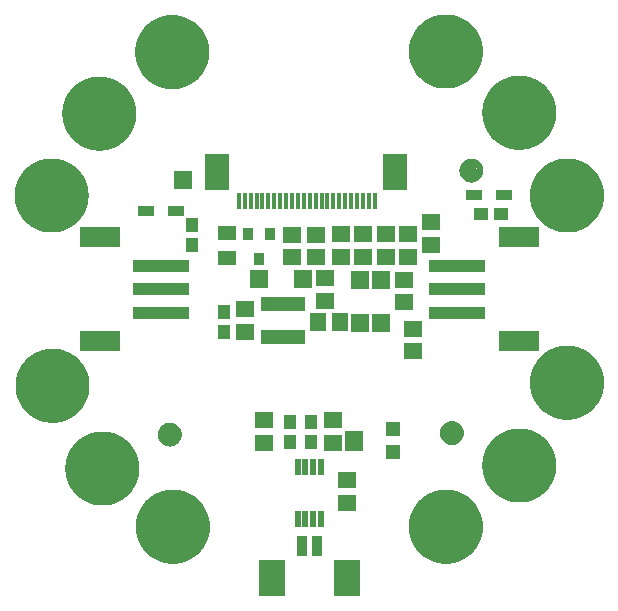
<source format=gbr>
G04 EAGLE Gerber RS-274X export*
G75*
%MOMM*%
%FSLAX34Y34*%
%LPD*%
%INSoldermask Top*%
%IPPOS*%
%AMOC8*
5,1,8,0,0,1.08239X$1,22.5*%
G01*
%ADD10C,1.101600*%
%ADD11C,0.500000*%
%ADD12R,0.501600X1.401600*%
%ADD13R,1.101600X1.176600*%
%ADD14R,1.601600X1.341600*%
%ADD15R,1.601600X1.701600*%
%ADD16R,1.301600X1.301600*%
%ADD17R,0.901600X1.701600*%
%ADD18R,2.201600X3.101600*%
%ADD19C,5.367600*%
%ADD20C,1.016000*%
%ADD21R,1.501600X1.501600*%
%ADD22R,1.341600X1.601600*%
%ADD23R,3.801600X1.301600*%
%ADD24R,1.601600X1.301600*%
%ADD25R,0.901600X1.001600*%
%ADD26R,1.601600X1.601600*%
%ADD27R,4.701600X1.101600*%
%ADD28R,3.501600X1.701600*%
%ADD29R,1.176600X1.101600*%
%ADD30R,1.451600X0.901600*%
%ADD31R,2.101600X3.101600*%
%ADD32R,0.376600X1.351600*%


D10*
X137160Y100330D03*
D11*
X137160Y107830D02*
X136979Y107828D01*
X136798Y107821D01*
X136617Y107810D01*
X136436Y107795D01*
X136256Y107775D01*
X136076Y107751D01*
X135897Y107723D01*
X135719Y107690D01*
X135542Y107653D01*
X135365Y107612D01*
X135190Y107567D01*
X135015Y107517D01*
X134842Y107463D01*
X134671Y107405D01*
X134500Y107343D01*
X134332Y107276D01*
X134165Y107206D01*
X133999Y107132D01*
X133836Y107053D01*
X133675Y106971D01*
X133515Y106885D01*
X133358Y106795D01*
X133203Y106701D01*
X133050Y106604D01*
X132900Y106502D01*
X132752Y106398D01*
X132606Y106289D01*
X132464Y106178D01*
X132324Y106062D01*
X132187Y105944D01*
X132052Y105822D01*
X131921Y105697D01*
X131793Y105569D01*
X131668Y105438D01*
X131546Y105303D01*
X131428Y105166D01*
X131312Y105026D01*
X131201Y104884D01*
X131092Y104738D01*
X130988Y104590D01*
X130886Y104440D01*
X130789Y104287D01*
X130695Y104132D01*
X130605Y103975D01*
X130519Y103815D01*
X130437Y103654D01*
X130358Y103491D01*
X130284Y103325D01*
X130214Y103158D01*
X130147Y102990D01*
X130085Y102819D01*
X130027Y102648D01*
X129973Y102475D01*
X129923Y102300D01*
X129878Y102125D01*
X129837Y101948D01*
X129800Y101771D01*
X129767Y101593D01*
X129739Y101414D01*
X129715Y101234D01*
X129695Y101054D01*
X129680Y100873D01*
X129669Y100692D01*
X129662Y100511D01*
X129660Y100330D01*
X137160Y107830D02*
X137341Y107828D01*
X137522Y107821D01*
X137703Y107810D01*
X137884Y107795D01*
X138064Y107775D01*
X138244Y107751D01*
X138423Y107723D01*
X138601Y107690D01*
X138778Y107653D01*
X138955Y107612D01*
X139130Y107567D01*
X139305Y107517D01*
X139478Y107463D01*
X139649Y107405D01*
X139820Y107343D01*
X139988Y107276D01*
X140155Y107206D01*
X140321Y107132D01*
X140484Y107053D01*
X140645Y106971D01*
X140805Y106885D01*
X140962Y106795D01*
X141117Y106701D01*
X141270Y106604D01*
X141420Y106502D01*
X141568Y106398D01*
X141714Y106289D01*
X141856Y106178D01*
X141996Y106062D01*
X142133Y105944D01*
X142268Y105822D01*
X142399Y105697D01*
X142527Y105569D01*
X142652Y105438D01*
X142774Y105303D01*
X142892Y105166D01*
X143008Y105026D01*
X143119Y104884D01*
X143228Y104738D01*
X143332Y104590D01*
X143434Y104440D01*
X143531Y104287D01*
X143625Y104132D01*
X143715Y103975D01*
X143801Y103815D01*
X143883Y103654D01*
X143962Y103491D01*
X144036Y103325D01*
X144106Y103158D01*
X144173Y102990D01*
X144235Y102819D01*
X144293Y102648D01*
X144347Y102475D01*
X144397Y102300D01*
X144442Y102125D01*
X144483Y101948D01*
X144520Y101771D01*
X144553Y101593D01*
X144581Y101414D01*
X144605Y101234D01*
X144625Y101054D01*
X144640Y100873D01*
X144651Y100692D01*
X144658Y100511D01*
X144660Y100330D01*
X144658Y100149D01*
X144651Y99968D01*
X144640Y99787D01*
X144625Y99606D01*
X144605Y99426D01*
X144581Y99246D01*
X144553Y99067D01*
X144520Y98889D01*
X144483Y98712D01*
X144442Y98535D01*
X144397Y98360D01*
X144347Y98185D01*
X144293Y98012D01*
X144235Y97841D01*
X144173Y97670D01*
X144106Y97502D01*
X144036Y97335D01*
X143962Y97169D01*
X143883Y97006D01*
X143801Y96845D01*
X143715Y96685D01*
X143625Y96528D01*
X143531Y96373D01*
X143434Y96220D01*
X143332Y96070D01*
X143228Y95922D01*
X143119Y95776D01*
X143008Y95634D01*
X142892Y95494D01*
X142774Y95357D01*
X142652Y95222D01*
X142527Y95091D01*
X142399Y94963D01*
X142268Y94838D01*
X142133Y94716D01*
X141996Y94598D01*
X141856Y94482D01*
X141714Y94371D01*
X141568Y94262D01*
X141420Y94158D01*
X141270Y94056D01*
X141117Y93959D01*
X140962Y93865D01*
X140805Y93775D01*
X140645Y93689D01*
X140484Y93607D01*
X140321Y93528D01*
X140155Y93454D01*
X139988Y93384D01*
X139820Y93317D01*
X139649Y93255D01*
X139478Y93197D01*
X139305Y93143D01*
X139130Y93093D01*
X138955Y93048D01*
X138778Y93007D01*
X138601Y92970D01*
X138423Y92937D01*
X138244Y92909D01*
X138064Y92885D01*
X137884Y92865D01*
X137703Y92850D01*
X137522Y92839D01*
X137341Y92832D01*
X137160Y92830D01*
X136979Y92832D01*
X136798Y92839D01*
X136617Y92850D01*
X136436Y92865D01*
X136256Y92885D01*
X136076Y92909D01*
X135897Y92937D01*
X135719Y92970D01*
X135542Y93007D01*
X135365Y93048D01*
X135190Y93093D01*
X135015Y93143D01*
X134842Y93197D01*
X134671Y93255D01*
X134500Y93317D01*
X134332Y93384D01*
X134165Y93454D01*
X133999Y93528D01*
X133836Y93607D01*
X133675Y93689D01*
X133515Y93775D01*
X133358Y93865D01*
X133203Y93959D01*
X133050Y94056D01*
X132900Y94158D01*
X132752Y94262D01*
X132606Y94371D01*
X132464Y94482D01*
X132324Y94598D01*
X132187Y94716D01*
X132052Y94838D01*
X131921Y94963D01*
X131793Y95091D01*
X131668Y95222D01*
X131546Y95357D01*
X131428Y95494D01*
X131312Y95634D01*
X131201Y95776D01*
X131092Y95922D01*
X130988Y96070D01*
X130886Y96220D01*
X130789Y96373D01*
X130695Y96528D01*
X130605Y96685D01*
X130519Y96845D01*
X130437Y97006D01*
X130358Y97169D01*
X130284Y97335D01*
X130214Y97502D01*
X130147Y97670D01*
X130085Y97841D01*
X130027Y98012D01*
X129973Y98185D01*
X129923Y98360D01*
X129878Y98535D01*
X129837Y98712D01*
X129800Y98889D01*
X129767Y99067D01*
X129739Y99246D01*
X129715Y99426D01*
X129695Y99606D01*
X129680Y99787D01*
X129669Y99968D01*
X129662Y100149D01*
X129660Y100330D01*
D10*
X120650Y-121920D03*
D11*
X120650Y-114420D02*
X120469Y-114422D01*
X120288Y-114429D01*
X120107Y-114440D01*
X119926Y-114455D01*
X119746Y-114475D01*
X119566Y-114499D01*
X119387Y-114527D01*
X119209Y-114560D01*
X119032Y-114597D01*
X118855Y-114638D01*
X118680Y-114683D01*
X118505Y-114733D01*
X118332Y-114787D01*
X118161Y-114845D01*
X117990Y-114907D01*
X117822Y-114974D01*
X117655Y-115044D01*
X117489Y-115118D01*
X117326Y-115197D01*
X117165Y-115279D01*
X117005Y-115365D01*
X116848Y-115455D01*
X116693Y-115549D01*
X116540Y-115646D01*
X116390Y-115748D01*
X116242Y-115852D01*
X116096Y-115961D01*
X115954Y-116072D01*
X115814Y-116188D01*
X115677Y-116306D01*
X115542Y-116428D01*
X115411Y-116553D01*
X115283Y-116681D01*
X115158Y-116812D01*
X115036Y-116947D01*
X114918Y-117084D01*
X114802Y-117224D01*
X114691Y-117366D01*
X114582Y-117512D01*
X114478Y-117660D01*
X114376Y-117810D01*
X114279Y-117963D01*
X114185Y-118118D01*
X114095Y-118275D01*
X114009Y-118435D01*
X113927Y-118596D01*
X113848Y-118759D01*
X113774Y-118925D01*
X113704Y-119092D01*
X113637Y-119260D01*
X113575Y-119431D01*
X113517Y-119602D01*
X113463Y-119775D01*
X113413Y-119950D01*
X113368Y-120125D01*
X113327Y-120302D01*
X113290Y-120479D01*
X113257Y-120657D01*
X113229Y-120836D01*
X113205Y-121016D01*
X113185Y-121196D01*
X113170Y-121377D01*
X113159Y-121558D01*
X113152Y-121739D01*
X113150Y-121920D01*
X120650Y-114420D02*
X120831Y-114422D01*
X121012Y-114429D01*
X121193Y-114440D01*
X121374Y-114455D01*
X121554Y-114475D01*
X121734Y-114499D01*
X121913Y-114527D01*
X122091Y-114560D01*
X122268Y-114597D01*
X122445Y-114638D01*
X122620Y-114683D01*
X122795Y-114733D01*
X122968Y-114787D01*
X123139Y-114845D01*
X123310Y-114907D01*
X123478Y-114974D01*
X123645Y-115044D01*
X123811Y-115118D01*
X123974Y-115197D01*
X124135Y-115279D01*
X124295Y-115365D01*
X124452Y-115455D01*
X124607Y-115549D01*
X124760Y-115646D01*
X124910Y-115748D01*
X125058Y-115852D01*
X125204Y-115961D01*
X125346Y-116072D01*
X125486Y-116188D01*
X125623Y-116306D01*
X125758Y-116428D01*
X125889Y-116553D01*
X126017Y-116681D01*
X126142Y-116812D01*
X126264Y-116947D01*
X126382Y-117084D01*
X126498Y-117224D01*
X126609Y-117366D01*
X126718Y-117512D01*
X126822Y-117660D01*
X126924Y-117810D01*
X127021Y-117963D01*
X127115Y-118118D01*
X127205Y-118275D01*
X127291Y-118435D01*
X127373Y-118596D01*
X127452Y-118759D01*
X127526Y-118925D01*
X127596Y-119092D01*
X127663Y-119260D01*
X127725Y-119431D01*
X127783Y-119602D01*
X127837Y-119775D01*
X127887Y-119950D01*
X127932Y-120125D01*
X127973Y-120302D01*
X128010Y-120479D01*
X128043Y-120657D01*
X128071Y-120836D01*
X128095Y-121016D01*
X128115Y-121196D01*
X128130Y-121377D01*
X128141Y-121558D01*
X128148Y-121739D01*
X128150Y-121920D01*
X128148Y-122101D01*
X128141Y-122282D01*
X128130Y-122463D01*
X128115Y-122644D01*
X128095Y-122824D01*
X128071Y-123004D01*
X128043Y-123183D01*
X128010Y-123361D01*
X127973Y-123538D01*
X127932Y-123715D01*
X127887Y-123890D01*
X127837Y-124065D01*
X127783Y-124238D01*
X127725Y-124409D01*
X127663Y-124580D01*
X127596Y-124748D01*
X127526Y-124915D01*
X127452Y-125081D01*
X127373Y-125244D01*
X127291Y-125405D01*
X127205Y-125565D01*
X127115Y-125722D01*
X127021Y-125877D01*
X126924Y-126030D01*
X126822Y-126180D01*
X126718Y-126328D01*
X126609Y-126474D01*
X126498Y-126616D01*
X126382Y-126756D01*
X126264Y-126893D01*
X126142Y-127028D01*
X126017Y-127159D01*
X125889Y-127287D01*
X125758Y-127412D01*
X125623Y-127534D01*
X125486Y-127652D01*
X125346Y-127768D01*
X125204Y-127879D01*
X125058Y-127988D01*
X124910Y-128092D01*
X124760Y-128194D01*
X124607Y-128291D01*
X124452Y-128385D01*
X124295Y-128475D01*
X124135Y-128561D01*
X123974Y-128643D01*
X123811Y-128722D01*
X123645Y-128796D01*
X123478Y-128866D01*
X123310Y-128933D01*
X123139Y-128995D01*
X122968Y-129053D01*
X122795Y-129107D01*
X122620Y-129157D01*
X122445Y-129202D01*
X122268Y-129243D01*
X122091Y-129280D01*
X121913Y-129313D01*
X121734Y-129341D01*
X121554Y-129365D01*
X121374Y-129385D01*
X121193Y-129400D01*
X121012Y-129411D01*
X120831Y-129418D01*
X120650Y-129420D01*
X120469Y-129418D01*
X120288Y-129411D01*
X120107Y-129400D01*
X119926Y-129385D01*
X119746Y-129365D01*
X119566Y-129341D01*
X119387Y-129313D01*
X119209Y-129280D01*
X119032Y-129243D01*
X118855Y-129202D01*
X118680Y-129157D01*
X118505Y-129107D01*
X118332Y-129053D01*
X118161Y-128995D01*
X117990Y-128933D01*
X117822Y-128866D01*
X117655Y-128796D01*
X117489Y-128722D01*
X117326Y-128643D01*
X117165Y-128561D01*
X117005Y-128475D01*
X116848Y-128385D01*
X116693Y-128291D01*
X116540Y-128194D01*
X116390Y-128092D01*
X116242Y-127988D01*
X116096Y-127879D01*
X115954Y-127768D01*
X115814Y-127652D01*
X115677Y-127534D01*
X115542Y-127412D01*
X115411Y-127287D01*
X115283Y-127159D01*
X115158Y-127028D01*
X115036Y-126893D01*
X114918Y-126756D01*
X114802Y-126616D01*
X114691Y-126474D01*
X114582Y-126328D01*
X114478Y-126180D01*
X114376Y-126030D01*
X114279Y-125877D01*
X114185Y-125722D01*
X114095Y-125565D01*
X114009Y-125405D01*
X113927Y-125244D01*
X113848Y-125081D01*
X113774Y-124915D01*
X113704Y-124748D01*
X113637Y-124580D01*
X113575Y-124409D01*
X113517Y-124238D01*
X113463Y-124065D01*
X113413Y-123890D01*
X113368Y-123715D01*
X113327Y-123538D01*
X113290Y-123361D01*
X113257Y-123183D01*
X113229Y-123004D01*
X113205Y-122824D01*
X113185Y-122644D01*
X113170Y-122463D01*
X113159Y-122282D01*
X113152Y-122101D01*
X113150Y-121920D01*
D10*
X-118110Y-123190D03*
D11*
X-118110Y-115690D02*
X-118291Y-115692D01*
X-118472Y-115699D01*
X-118653Y-115710D01*
X-118834Y-115725D01*
X-119014Y-115745D01*
X-119194Y-115769D01*
X-119373Y-115797D01*
X-119551Y-115830D01*
X-119728Y-115867D01*
X-119905Y-115908D01*
X-120080Y-115953D01*
X-120255Y-116003D01*
X-120428Y-116057D01*
X-120599Y-116115D01*
X-120770Y-116177D01*
X-120938Y-116244D01*
X-121105Y-116314D01*
X-121271Y-116388D01*
X-121434Y-116467D01*
X-121595Y-116549D01*
X-121755Y-116635D01*
X-121912Y-116725D01*
X-122067Y-116819D01*
X-122220Y-116916D01*
X-122370Y-117018D01*
X-122518Y-117122D01*
X-122664Y-117231D01*
X-122806Y-117342D01*
X-122946Y-117458D01*
X-123083Y-117576D01*
X-123218Y-117698D01*
X-123349Y-117823D01*
X-123477Y-117951D01*
X-123602Y-118082D01*
X-123724Y-118217D01*
X-123842Y-118354D01*
X-123958Y-118494D01*
X-124069Y-118636D01*
X-124178Y-118782D01*
X-124282Y-118930D01*
X-124384Y-119080D01*
X-124481Y-119233D01*
X-124575Y-119388D01*
X-124665Y-119545D01*
X-124751Y-119705D01*
X-124833Y-119866D01*
X-124912Y-120029D01*
X-124986Y-120195D01*
X-125056Y-120362D01*
X-125123Y-120530D01*
X-125185Y-120701D01*
X-125243Y-120872D01*
X-125297Y-121045D01*
X-125347Y-121220D01*
X-125392Y-121395D01*
X-125433Y-121572D01*
X-125470Y-121749D01*
X-125503Y-121927D01*
X-125531Y-122106D01*
X-125555Y-122286D01*
X-125575Y-122466D01*
X-125590Y-122647D01*
X-125601Y-122828D01*
X-125608Y-123009D01*
X-125610Y-123190D01*
X-118110Y-115690D02*
X-117929Y-115692D01*
X-117748Y-115699D01*
X-117567Y-115710D01*
X-117386Y-115725D01*
X-117206Y-115745D01*
X-117026Y-115769D01*
X-116847Y-115797D01*
X-116669Y-115830D01*
X-116492Y-115867D01*
X-116315Y-115908D01*
X-116140Y-115953D01*
X-115965Y-116003D01*
X-115792Y-116057D01*
X-115621Y-116115D01*
X-115450Y-116177D01*
X-115282Y-116244D01*
X-115115Y-116314D01*
X-114949Y-116388D01*
X-114786Y-116467D01*
X-114625Y-116549D01*
X-114465Y-116635D01*
X-114308Y-116725D01*
X-114153Y-116819D01*
X-114000Y-116916D01*
X-113850Y-117018D01*
X-113702Y-117122D01*
X-113556Y-117231D01*
X-113414Y-117342D01*
X-113274Y-117458D01*
X-113137Y-117576D01*
X-113002Y-117698D01*
X-112871Y-117823D01*
X-112743Y-117951D01*
X-112618Y-118082D01*
X-112496Y-118217D01*
X-112378Y-118354D01*
X-112262Y-118494D01*
X-112151Y-118636D01*
X-112042Y-118782D01*
X-111938Y-118930D01*
X-111836Y-119080D01*
X-111739Y-119233D01*
X-111645Y-119388D01*
X-111555Y-119545D01*
X-111469Y-119705D01*
X-111387Y-119866D01*
X-111308Y-120029D01*
X-111234Y-120195D01*
X-111164Y-120362D01*
X-111097Y-120530D01*
X-111035Y-120701D01*
X-110977Y-120872D01*
X-110923Y-121045D01*
X-110873Y-121220D01*
X-110828Y-121395D01*
X-110787Y-121572D01*
X-110750Y-121749D01*
X-110717Y-121927D01*
X-110689Y-122106D01*
X-110665Y-122286D01*
X-110645Y-122466D01*
X-110630Y-122647D01*
X-110619Y-122828D01*
X-110612Y-123009D01*
X-110610Y-123190D01*
X-110612Y-123371D01*
X-110619Y-123552D01*
X-110630Y-123733D01*
X-110645Y-123914D01*
X-110665Y-124094D01*
X-110689Y-124274D01*
X-110717Y-124453D01*
X-110750Y-124631D01*
X-110787Y-124808D01*
X-110828Y-124985D01*
X-110873Y-125160D01*
X-110923Y-125335D01*
X-110977Y-125508D01*
X-111035Y-125679D01*
X-111097Y-125850D01*
X-111164Y-126018D01*
X-111234Y-126185D01*
X-111308Y-126351D01*
X-111387Y-126514D01*
X-111469Y-126675D01*
X-111555Y-126835D01*
X-111645Y-126992D01*
X-111739Y-127147D01*
X-111836Y-127300D01*
X-111938Y-127450D01*
X-112042Y-127598D01*
X-112151Y-127744D01*
X-112262Y-127886D01*
X-112378Y-128026D01*
X-112496Y-128163D01*
X-112618Y-128298D01*
X-112743Y-128429D01*
X-112871Y-128557D01*
X-113002Y-128682D01*
X-113137Y-128804D01*
X-113274Y-128922D01*
X-113414Y-129038D01*
X-113556Y-129149D01*
X-113702Y-129258D01*
X-113850Y-129362D01*
X-114000Y-129464D01*
X-114153Y-129561D01*
X-114308Y-129655D01*
X-114465Y-129745D01*
X-114625Y-129831D01*
X-114786Y-129913D01*
X-114949Y-129992D01*
X-115115Y-130066D01*
X-115282Y-130136D01*
X-115450Y-130203D01*
X-115621Y-130265D01*
X-115792Y-130323D01*
X-115965Y-130377D01*
X-116140Y-130427D01*
X-116315Y-130472D01*
X-116492Y-130513D01*
X-116669Y-130550D01*
X-116847Y-130583D01*
X-117026Y-130611D01*
X-117206Y-130635D01*
X-117386Y-130655D01*
X-117567Y-130670D01*
X-117748Y-130681D01*
X-117929Y-130688D01*
X-118110Y-130690D01*
X-118291Y-130688D01*
X-118472Y-130681D01*
X-118653Y-130670D01*
X-118834Y-130655D01*
X-119014Y-130635D01*
X-119194Y-130611D01*
X-119373Y-130583D01*
X-119551Y-130550D01*
X-119728Y-130513D01*
X-119905Y-130472D01*
X-120080Y-130427D01*
X-120255Y-130377D01*
X-120428Y-130323D01*
X-120599Y-130265D01*
X-120770Y-130203D01*
X-120938Y-130136D01*
X-121105Y-130066D01*
X-121271Y-129992D01*
X-121434Y-129913D01*
X-121595Y-129831D01*
X-121755Y-129745D01*
X-121912Y-129655D01*
X-122067Y-129561D01*
X-122220Y-129464D01*
X-122370Y-129362D01*
X-122518Y-129258D01*
X-122664Y-129149D01*
X-122806Y-129038D01*
X-122946Y-128922D01*
X-123083Y-128804D01*
X-123218Y-128682D01*
X-123349Y-128557D01*
X-123477Y-128429D01*
X-123602Y-128298D01*
X-123724Y-128163D01*
X-123842Y-128026D01*
X-123958Y-127886D01*
X-124069Y-127744D01*
X-124178Y-127598D01*
X-124282Y-127450D01*
X-124384Y-127300D01*
X-124481Y-127147D01*
X-124575Y-126992D01*
X-124665Y-126835D01*
X-124751Y-126675D01*
X-124833Y-126514D01*
X-124912Y-126351D01*
X-124986Y-126185D01*
X-125056Y-126018D01*
X-125123Y-125850D01*
X-125185Y-125679D01*
X-125243Y-125508D01*
X-125297Y-125335D01*
X-125347Y-125160D01*
X-125392Y-124985D01*
X-125433Y-124808D01*
X-125470Y-124631D01*
X-125503Y-124453D01*
X-125531Y-124274D01*
X-125555Y-124094D01*
X-125575Y-123914D01*
X-125590Y-123733D01*
X-125601Y-123552D01*
X-125608Y-123371D01*
X-125610Y-123190D01*
D12*
X9750Y-150720D03*
X3250Y-150720D03*
X-3250Y-150720D03*
X-9750Y-150720D03*
X-9750Y-194720D03*
X-3250Y-194720D03*
X3250Y-194720D03*
X9750Y-194720D03*
D13*
X-16510Y-112150D03*
X-16510Y-129150D03*
D14*
X20320Y-111150D03*
X20320Y-130150D03*
X-38100Y-111150D03*
X-38100Y-130150D03*
X31750Y-161950D03*
X31750Y-180950D03*
D15*
X38110Y-128270D03*
D16*
X70610Y-138270D03*
X70610Y-118270D03*
D13*
X1270Y-112150D03*
X1270Y-129150D03*
D17*
X-6250Y-217170D03*
X6250Y-217170D03*
D18*
X-31850Y-244670D03*
X31850Y-244670D03*
D19*
X115570Y201168D03*
D20*
X89408Y201168D02*
X89416Y201810D01*
X89440Y202452D01*
X89479Y203093D01*
X89534Y203732D01*
X89605Y204371D01*
X89691Y205007D01*
X89793Y205641D01*
X89911Y206272D01*
X90044Y206900D01*
X90192Y207525D01*
X90356Y208146D01*
X90535Y208762D01*
X90728Y209375D01*
X90937Y209982D01*
X91161Y210584D01*
X91399Y211180D01*
X91652Y211770D01*
X91920Y212354D01*
X92201Y212931D01*
X92497Y213501D01*
X92807Y214063D01*
X93130Y214618D01*
X93467Y215165D01*
X93817Y215703D01*
X94180Y216232D01*
X94556Y216753D01*
X94945Y217264D01*
X95347Y217765D01*
X95760Y218256D01*
X96185Y218737D01*
X96622Y219208D01*
X97071Y219667D01*
X97530Y220116D01*
X98001Y220553D01*
X98482Y220978D01*
X98973Y221391D01*
X99474Y221793D01*
X99985Y222182D01*
X100506Y222558D01*
X101035Y222921D01*
X101573Y223271D01*
X102120Y223608D01*
X102675Y223931D01*
X103237Y224241D01*
X103807Y224537D01*
X104384Y224818D01*
X104968Y225086D01*
X105558Y225339D01*
X106154Y225577D01*
X106756Y225801D01*
X107363Y226010D01*
X107976Y226203D01*
X108592Y226382D01*
X109213Y226546D01*
X109838Y226694D01*
X110466Y226827D01*
X111097Y226945D01*
X111731Y227047D01*
X112367Y227133D01*
X113006Y227204D01*
X113645Y227259D01*
X114286Y227298D01*
X114928Y227322D01*
X115570Y227330D01*
X116212Y227322D01*
X116854Y227298D01*
X117495Y227259D01*
X118134Y227204D01*
X118773Y227133D01*
X119409Y227047D01*
X120043Y226945D01*
X120674Y226827D01*
X121302Y226694D01*
X121927Y226546D01*
X122548Y226382D01*
X123164Y226203D01*
X123777Y226010D01*
X124384Y225801D01*
X124986Y225577D01*
X125582Y225339D01*
X126172Y225086D01*
X126756Y224818D01*
X127333Y224537D01*
X127903Y224241D01*
X128465Y223931D01*
X129020Y223608D01*
X129567Y223271D01*
X130105Y222921D01*
X130634Y222558D01*
X131155Y222182D01*
X131666Y221793D01*
X132167Y221391D01*
X132658Y220978D01*
X133139Y220553D01*
X133610Y220116D01*
X134069Y219667D01*
X134518Y219208D01*
X134955Y218737D01*
X135380Y218256D01*
X135793Y217765D01*
X136195Y217264D01*
X136584Y216753D01*
X136960Y216232D01*
X137323Y215703D01*
X137673Y215165D01*
X138010Y214618D01*
X138333Y214063D01*
X138643Y213501D01*
X138939Y212931D01*
X139220Y212354D01*
X139488Y211770D01*
X139741Y211180D01*
X139979Y210584D01*
X140203Y209982D01*
X140412Y209375D01*
X140605Y208762D01*
X140784Y208146D01*
X140948Y207525D01*
X141096Y206900D01*
X141229Y206272D01*
X141347Y205641D01*
X141449Y205007D01*
X141535Y204371D01*
X141606Y203732D01*
X141661Y203093D01*
X141700Y202452D01*
X141724Y201810D01*
X141732Y201168D01*
X141724Y200526D01*
X141700Y199884D01*
X141661Y199243D01*
X141606Y198604D01*
X141535Y197965D01*
X141449Y197329D01*
X141347Y196695D01*
X141229Y196064D01*
X141096Y195436D01*
X140948Y194811D01*
X140784Y194190D01*
X140605Y193574D01*
X140412Y192961D01*
X140203Y192354D01*
X139979Y191752D01*
X139741Y191156D01*
X139488Y190566D01*
X139220Y189982D01*
X138939Y189405D01*
X138643Y188835D01*
X138333Y188273D01*
X138010Y187718D01*
X137673Y187171D01*
X137323Y186633D01*
X136960Y186104D01*
X136584Y185583D01*
X136195Y185072D01*
X135793Y184571D01*
X135380Y184080D01*
X134955Y183599D01*
X134518Y183128D01*
X134069Y182669D01*
X133610Y182220D01*
X133139Y181783D01*
X132658Y181358D01*
X132167Y180945D01*
X131666Y180543D01*
X131155Y180154D01*
X130634Y179778D01*
X130105Y179415D01*
X129567Y179065D01*
X129020Y178728D01*
X128465Y178405D01*
X127903Y178095D01*
X127333Y177799D01*
X126756Y177518D01*
X126172Y177250D01*
X125582Y176997D01*
X124986Y176759D01*
X124384Y176535D01*
X123777Y176326D01*
X123164Y176133D01*
X122548Y175954D01*
X121927Y175790D01*
X121302Y175642D01*
X120674Y175509D01*
X120043Y175391D01*
X119409Y175289D01*
X118773Y175203D01*
X118134Y175132D01*
X117495Y175077D01*
X116854Y175038D01*
X116212Y175014D01*
X115570Y175006D01*
X114928Y175014D01*
X114286Y175038D01*
X113645Y175077D01*
X113006Y175132D01*
X112367Y175203D01*
X111731Y175289D01*
X111097Y175391D01*
X110466Y175509D01*
X109838Y175642D01*
X109213Y175790D01*
X108592Y175954D01*
X107976Y176133D01*
X107363Y176326D01*
X106756Y176535D01*
X106154Y176759D01*
X105558Y176997D01*
X104968Y177250D01*
X104384Y177518D01*
X103807Y177799D01*
X103237Y178095D01*
X102675Y178405D01*
X102120Y178728D01*
X101573Y179065D01*
X101035Y179415D01*
X100506Y179778D01*
X99985Y180154D01*
X99474Y180543D01*
X98973Y180945D01*
X98482Y181358D01*
X98001Y181783D01*
X97530Y182220D01*
X97071Y182669D01*
X96622Y183128D01*
X96185Y183599D01*
X95760Y184080D01*
X95347Y184571D01*
X94945Y185072D01*
X94556Y185583D01*
X94180Y186104D01*
X93817Y186633D01*
X93467Y187171D01*
X93130Y187718D01*
X92807Y188273D01*
X92497Y188835D01*
X92201Y189405D01*
X91920Y189982D01*
X91652Y190566D01*
X91399Y191156D01*
X91161Y191752D01*
X90937Y192354D01*
X90728Y192961D01*
X90535Y193574D01*
X90356Y194190D01*
X90192Y194811D01*
X90044Y195436D01*
X89911Y196064D01*
X89793Y196695D01*
X89691Y197329D01*
X89605Y197965D01*
X89534Y198604D01*
X89479Y199243D01*
X89440Y199884D01*
X89416Y200526D01*
X89408Y201168D01*
D19*
X115570Y-201168D03*
D20*
X89408Y-201168D02*
X89416Y-200526D01*
X89440Y-199884D01*
X89479Y-199243D01*
X89534Y-198604D01*
X89605Y-197965D01*
X89691Y-197329D01*
X89793Y-196695D01*
X89911Y-196064D01*
X90044Y-195436D01*
X90192Y-194811D01*
X90356Y-194190D01*
X90535Y-193574D01*
X90728Y-192961D01*
X90937Y-192354D01*
X91161Y-191752D01*
X91399Y-191156D01*
X91652Y-190566D01*
X91920Y-189982D01*
X92201Y-189405D01*
X92497Y-188835D01*
X92807Y-188273D01*
X93130Y-187718D01*
X93467Y-187171D01*
X93817Y-186633D01*
X94180Y-186104D01*
X94556Y-185583D01*
X94945Y-185072D01*
X95347Y-184571D01*
X95760Y-184080D01*
X96185Y-183599D01*
X96622Y-183128D01*
X97071Y-182669D01*
X97530Y-182220D01*
X98001Y-181783D01*
X98482Y-181358D01*
X98973Y-180945D01*
X99474Y-180543D01*
X99985Y-180154D01*
X100506Y-179778D01*
X101035Y-179415D01*
X101573Y-179065D01*
X102120Y-178728D01*
X102675Y-178405D01*
X103237Y-178095D01*
X103807Y-177799D01*
X104384Y-177518D01*
X104968Y-177250D01*
X105558Y-176997D01*
X106154Y-176759D01*
X106756Y-176535D01*
X107363Y-176326D01*
X107976Y-176133D01*
X108592Y-175954D01*
X109213Y-175790D01*
X109838Y-175642D01*
X110466Y-175509D01*
X111097Y-175391D01*
X111731Y-175289D01*
X112367Y-175203D01*
X113006Y-175132D01*
X113645Y-175077D01*
X114286Y-175038D01*
X114928Y-175014D01*
X115570Y-175006D01*
X116212Y-175014D01*
X116854Y-175038D01*
X117495Y-175077D01*
X118134Y-175132D01*
X118773Y-175203D01*
X119409Y-175289D01*
X120043Y-175391D01*
X120674Y-175509D01*
X121302Y-175642D01*
X121927Y-175790D01*
X122548Y-175954D01*
X123164Y-176133D01*
X123777Y-176326D01*
X124384Y-176535D01*
X124986Y-176759D01*
X125582Y-176997D01*
X126172Y-177250D01*
X126756Y-177518D01*
X127333Y-177799D01*
X127903Y-178095D01*
X128465Y-178405D01*
X129020Y-178728D01*
X129567Y-179065D01*
X130105Y-179415D01*
X130634Y-179778D01*
X131155Y-180154D01*
X131666Y-180543D01*
X132167Y-180945D01*
X132658Y-181358D01*
X133139Y-181783D01*
X133610Y-182220D01*
X134069Y-182669D01*
X134518Y-183128D01*
X134955Y-183599D01*
X135380Y-184080D01*
X135793Y-184571D01*
X136195Y-185072D01*
X136584Y-185583D01*
X136960Y-186104D01*
X137323Y-186633D01*
X137673Y-187171D01*
X138010Y-187718D01*
X138333Y-188273D01*
X138643Y-188835D01*
X138939Y-189405D01*
X139220Y-189982D01*
X139488Y-190566D01*
X139741Y-191156D01*
X139979Y-191752D01*
X140203Y-192354D01*
X140412Y-192961D01*
X140605Y-193574D01*
X140784Y-194190D01*
X140948Y-194811D01*
X141096Y-195436D01*
X141229Y-196064D01*
X141347Y-196695D01*
X141449Y-197329D01*
X141535Y-197965D01*
X141606Y-198604D01*
X141661Y-199243D01*
X141700Y-199884D01*
X141724Y-200526D01*
X141732Y-201168D01*
X141724Y-201810D01*
X141700Y-202452D01*
X141661Y-203093D01*
X141606Y-203732D01*
X141535Y-204371D01*
X141449Y-205007D01*
X141347Y-205641D01*
X141229Y-206272D01*
X141096Y-206900D01*
X140948Y-207525D01*
X140784Y-208146D01*
X140605Y-208762D01*
X140412Y-209375D01*
X140203Y-209982D01*
X139979Y-210584D01*
X139741Y-211180D01*
X139488Y-211770D01*
X139220Y-212354D01*
X138939Y-212931D01*
X138643Y-213501D01*
X138333Y-214063D01*
X138010Y-214618D01*
X137673Y-215165D01*
X137323Y-215703D01*
X136960Y-216232D01*
X136584Y-216753D01*
X136195Y-217264D01*
X135793Y-217765D01*
X135380Y-218256D01*
X134955Y-218737D01*
X134518Y-219208D01*
X134069Y-219667D01*
X133610Y-220116D01*
X133139Y-220553D01*
X132658Y-220978D01*
X132167Y-221391D01*
X131666Y-221793D01*
X131155Y-222182D01*
X130634Y-222558D01*
X130105Y-222921D01*
X129567Y-223271D01*
X129020Y-223608D01*
X128465Y-223931D01*
X127903Y-224241D01*
X127333Y-224537D01*
X126756Y-224818D01*
X126172Y-225086D01*
X125582Y-225339D01*
X124986Y-225577D01*
X124384Y-225801D01*
X123777Y-226010D01*
X123164Y-226203D01*
X122548Y-226382D01*
X121927Y-226546D01*
X121302Y-226694D01*
X120674Y-226827D01*
X120043Y-226945D01*
X119409Y-227047D01*
X118773Y-227133D01*
X118134Y-227204D01*
X117495Y-227259D01*
X116854Y-227298D01*
X116212Y-227322D01*
X115570Y-227330D01*
X114928Y-227322D01*
X114286Y-227298D01*
X113645Y-227259D01*
X113006Y-227204D01*
X112367Y-227133D01*
X111731Y-227047D01*
X111097Y-226945D01*
X110466Y-226827D01*
X109838Y-226694D01*
X109213Y-226546D01*
X108592Y-226382D01*
X107976Y-226203D01*
X107363Y-226010D01*
X106756Y-225801D01*
X106154Y-225577D01*
X105558Y-225339D01*
X104968Y-225086D01*
X104384Y-224818D01*
X103807Y-224537D01*
X103237Y-224241D01*
X102675Y-223931D01*
X102120Y-223608D01*
X101573Y-223271D01*
X101035Y-222921D01*
X100506Y-222558D01*
X99985Y-222182D01*
X99474Y-221793D01*
X98973Y-221391D01*
X98482Y-220978D01*
X98001Y-220553D01*
X97530Y-220116D01*
X97071Y-219667D01*
X96622Y-219208D01*
X96185Y-218737D01*
X95760Y-218256D01*
X95347Y-217765D01*
X94945Y-217264D01*
X94556Y-216753D01*
X94180Y-216232D01*
X93817Y-215703D01*
X93467Y-215165D01*
X93130Y-214618D01*
X92807Y-214063D01*
X92497Y-213501D01*
X92201Y-212931D01*
X91920Y-212354D01*
X91652Y-211770D01*
X91399Y-211180D01*
X91161Y-210584D01*
X90937Y-209982D01*
X90728Y-209375D01*
X90535Y-208762D01*
X90356Y-208146D01*
X90192Y-207525D01*
X90044Y-206900D01*
X89911Y-206272D01*
X89793Y-205641D01*
X89691Y-205007D01*
X89605Y-204371D01*
X89534Y-203732D01*
X89479Y-203093D01*
X89440Y-202452D01*
X89416Y-201810D01*
X89408Y-201168D01*
D19*
X-116078Y200660D03*
D20*
X-142240Y200660D02*
X-142232Y201302D01*
X-142208Y201944D01*
X-142169Y202585D01*
X-142114Y203224D01*
X-142043Y203863D01*
X-141957Y204499D01*
X-141855Y205133D01*
X-141737Y205764D01*
X-141604Y206392D01*
X-141456Y207017D01*
X-141292Y207638D01*
X-141113Y208254D01*
X-140920Y208867D01*
X-140711Y209474D01*
X-140487Y210076D01*
X-140249Y210672D01*
X-139996Y211262D01*
X-139728Y211846D01*
X-139447Y212423D01*
X-139151Y212993D01*
X-138841Y213555D01*
X-138518Y214110D01*
X-138181Y214657D01*
X-137831Y215195D01*
X-137468Y215724D01*
X-137092Y216245D01*
X-136703Y216756D01*
X-136301Y217257D01*
X-135888Y217748D01*
X-135463Y218229D01*
X-135026Y218700D01*
X-134577Y219159D01*
X-134118Y219608D01*
X-133647Y220045D01*
X-133166Y220470D01*
X-132675Y220883D01*
X-132174Y221285D01*
X-131663Y221674D01*
X-131142Y222050D01*
X-130613Y222413D01*
X-130075Y222763D01*
X-129528Y223100D01*
X-128973Y223423D01*
X-128411Y223733D01*
X-127841Y224029D01*
X-127264Y224310D01*
X-126680Y224578D01*
X-126090Y224831D01*
X-125494Y225069D01*
X-124892Y225293D01*
X-124285Y225502D01*
X-123672Y225695D01*
X-123056Y225874D01*
X-122435Y226038D01*
X-121810Y226186D01*
X-121182Y226319D01*
X-120551Y226437D01*
X-119917Y226539D01*
X-119281Y226625D01*
X-118642Y226696D01*
X-118003Y226751D01*
X-117362Y226790D01*
X-116720Y226814D01*
X-116078Y226822D01*
X-115436Y226814D01*
X-114794Y226790D01*
X-114153Y226751D01*
X-113514Y226696D01*
X-112875Y226625D01*
X-112239Y226539D01*
X-111605Y226437D01*
X-110974Y226319D01*
X-110346Y226186D01*
X-109721Y226038D01*
X-109100Y225874D01*
X-108484Y225695D01*
X-107871Y225502D01*
X-107264Y225293D01*
X-106662Y225069D01*
X-106066Y224831D01*
X-105476Y224578D01*
X-104892Y224310D01*
X-104315Y224029D01*
X-103745Y223733D01*
X-103183Y223423D01*
X-102628Y223100D01*
X-102081Y222763D01*
X-101543Y222413D01*
X-101014Y222050D01*
X-100493Y221674D01*
X-99982Y221285D01*
X-99481Y220883D01*
X-98990Y220470D01*
X-98509Y220045D01*
X-98038Y219608D01*
X-97579Y219159D01*
X-97130Y218700D01*
X-96693Y218229D01*
X-96268Y217748D01*
X-95855Y217257D01*
X-95453Y216756D01*
X-95064Y216245D01*
X-94688Y215724D01*
X-94325Y215195D01*
X-93975Y214657D01*
X-93638Y214110D01*
X-93315Y213555D01*
X-93005Y212993D01*
X-92709Y212423D01*
X-92428Y211846D01*
X-92160Y211262D01*
X-91907Y210672D01*
X-91669Y210076D01*
X-91445Y209474D01*
X-91236Y208867D01*
X-91043Y208254D01*
X-90864Y207638D01*
X-90700Y207017D01*
X-90552Y206392D01*
X-90419Y205764D01*
X-90301Y205133D01*
X-90199Y204499D01*
X-90113Y203863D01*
X-90042Y203224D01*
X-89987Y202585D01*
X-89948Y201944D01*
X-89924Y201302D01*
X-89916Y200660D01*
X-89924Y200018D01*
X-89948Y199376D01*
X-89987Y198735D01*
X-90042Y198096D01*
X-90113Y197457D01*
X-90199Y196821D01*
X-90301Y196187D01*
X-90419Y195556D01*
X-90552Y194928D01*
X-90700Y194303D01*
X-90864Y193682D01*
X-91043Y193066D01*
X-91236Y192453D01*
X-91445Y191846D01*
X-91669Y191244D01*
X-91907Y190648D01*
X-92160Y190058D01*
X-92428Y189474D01*
X-92709Y188897D01*
X-93005Y188327D01*
X-93315Y187765D01*
X-93638Y187210D01*
X-93975Y186663D01*
X-94325Y186125D01*
X-94688Y185596D01*
X-95064Y185075D01*
X-95453Y184564D01*
X-95855Y184063D01*
X-96268Y183572D01*
X-96693Y183091D01*
X-97130Y182620D01*
X-97579Y182161D01*
X-98038Y181712D01*
X-98509Y181275D01*
X-98990Y180850D01*
X-99481Y180437D01*
X-99982Y180035D01*
X-100493Y179646D01*
X-101014Y179270D01*
X-101543Y178907D01*
X-102081Y178557D01*
X-102628Y178220D01*
X-103183Y177897D01*
X-103745Y177587D01*
X-104315Y177291D01*
X-104892Y177010D01*
X-105476Y176742D01*
X-106066Y176489D01*
X-106662Y176251D01*
X-107264Y176027D01*
X-107871Y175818D01*
X-108484Y175625D01*
X-109100Y175446D01*
X-109721Y175282D01*
X-110346Y175134D01*
X-110974Y175001D01*
X-111605Y174883D01*
X-112239Y174781D01*
X-112875Y174695D01*
X-113514Y174624D01*
X-114153Y174569D01*
X-114794Y174530D01*
X-115436Y174506D01*
X-116078Y174498D01*
X-116720Y174506D01*
X-117362Y174530D01*
X-118003Y174569D01*
X-118642Y174624D01*
X-119281Y174695D01*
X-119917Y174781D01*
X-120551Y174883D01*
X-121182Y175001D01*
X-121810Y175134D01*
X-122435Y175282D01*
X-123056Y175446D01*
X-123672Y175625D01*
X-124285Y175818D01*
X-124892Y176027D01*
X-125494Y176251D01*
X-126090Y176489D01*
X-126680Y176742D01*
X-127264Y177010D01*
X-127841Y177291D01*
X-128411Y177587D01*
X-128973Y177897D01*
X-129528Y178220D01*
X-130075Y178557D01*
X-130613Y178907D01*
X-131142Y179270D01*
X-131663Y179646D01*
X-132174Y180035D01*
X-132675Y180437D01*
X-133166Y180850D01*
X-133647Y181275D01*
X-134118Y181712D01*
X-134577Y182161D01*
X-135026Y182620D01*
X-135463Y183091D01*
X-135888Y183572D01*
X-136301Y184063D01*
X-136703Y184564D01*
X-137092Y185075D01*
X-137468Y185596D01*
X-137831Y186125D01*
X-138181Y186663D01*
X-138518Y187210D01*
X-138841Y187765D01*
X-139151Y188327D01*
X-139447Y188897D01*
X-139728Y189474D01*
X-139996Y190058D01*
X-140249Y190648D01*
X-140487Y191244D01*
X-140711Y191846D01*
X-140920Y192453D01*
X-141113Y193066D01*
X-141292Y193682D01*
X-141456Y194303D01*
X-141604Y194928D01*
X-141737Y195556D01*
X-141855Y196187D01*
X-141957Y196821D01*
X-142043Y197457D01*
X-142114Y198096D01*
X-142169Y198735D01*
X-142208Y199376D01*
X-142232Y200018D01*
X-142240Y200660D01*
D19*
X-115570Y-201168D03*
D20*
X-141732Y-201168D02*
X-141724Y-200526D01*
X-141700Y-199884D01*
X-141661Y-199243D01*
X-141606Y-198604D01*
X-141535Y-197965D01*
X-141449Y-197329D01*
X-141347Y-196695D01*
X-141229Y-196064D01*
X-141096Y-195436D01*
X-140948Y-194811D01*
X-140784Y-194190D01*
X-140605Y-193574D01*
X-140412Y-192961D01*
X-140203Y-192354D01*
X-139979Y-191752D01*
X-139741Y-191156D01*
X-139488Y-190566D01*
X-139220Y-189982D01*
X-138939Y-189405D01*
X-138643Y-188835D01*
X-138333Y-188273D01*
X-138010Y-187718D01*
X-137673Y-187171D01*
X-137323Y-186633D01*
X-136960Y-186104D01*
X-136584Y-185583D01*
X-136195Y-185072D01*
X-135793Y-184571D01*
X-135380Y-184080D01*
X-134955Y-183599D01*
X-134518Y-183128D01*
X-134069Y-182669D01*
X-133610Y-182220D01*
X-133139Y-181783D01*
X-132658Y-181358D01*
X-132167Y-180945D01*
X-131666Y-180543D01*
X-131155Y-180154D01*
X-130634Y-179778D01*
X-130105Y-179415D01*
X-129567Y-179065D01*
X-129020Y-178728D01*
X-128465Y-178405D01*
X-127903Y-178095D01*
X-127333Y-177799D01*
X-126756Y-177518D01*
X-126172Y-177250D01*
X-125582Y-176997D01*
X-124986Y-176759D01*
X-124384Y-176535D01*
X-123777Y-176326D01*
X-123164Y-176133D01*
X-122548Y-175954D01*
X-121927Y-175790D01*
X-121302Y-175642D01*
X-120674Y-175509D01*
X-120043Y-175391D01*
X-119409Y-175289D01*
X-118773Y-175203D01*
X-118134Y-175132D01*
X-117495Y-175077D01*
X-116854Y-175038D01*
X-116212Y-175014D01*
X-115570Y-175006D01*
X-114928Y-175014D01*
X-114286Y-175038D01*
X-113645Y-175077D01*
X-113006Y-175132D01*
X-112367Y-175203D01*
X-111731Y-175289D01*
X-111097Y-175391D01*
X-110466Y-175509D01*
X-109838Y-175642D01*
X-109213Y-175790D01*
X-108592Y-175954D01*
X-107976Y-176133D01*
X-107363Y-176326D01*
X-106756Y-176535D01*
X-106154Y-176759D01*
X-105558Y-176997D01*
X-104968Y-177250D01*
X-104384Y-177518D01*
X-103807Y-177799D01*
X-103237Y-178095D01*
X-102675Y-178405D01*
X-102120Y-178728D01*
X-101573Y-179065D01*
X-101035Y-179415D01*
X-100506Y-179778D01*
X-99985Y-180154D01*
X-99474Y-180543D01*
X-98973Y-180945D01*
X-98482Y-181358D01*
X-98001Y-181783D01*
X-97530Y-182220D01*
X-97071Y-182669D01*
X-96622Y-183128D01*
X-96185Y-183599D01*
X-95760Y-184080D01*
X-95347Y-184571D01*
X-94945Y-185072D01*
X-94556Y-185583D01*
X-94180Y-186104D01*
X-93817Y-186633D01*
X-93467Y-187171D01*
X-93130Y-187718D01*
X-92807Y-188273D01*
X-92497Y-188835D01*
X-92201Y-189405D01*
X-91920Y-189982D01*
X-91652Y-190566D01*
X-91399Y-191156D01*
X-91161Y-191752D01*
X-90937Y-192354D01*
X-90728Y-192961D01*
X-90535Y-193574D01*
X-90356Y-194190D01*
X-90192Y-194811D01*
X-90044Y-195436D01*
X-89911Y-196064D01*
X-89793Y-196695D01*
X-89691Y-197329D01*
X-89605Y-197965D01*
X-89534Y-198604D01*
X-89479Y-199243D01*
X-89440Y-199884D01*
X-89416Y-200526D01*
X-89408Y-201168D01*
X-89416Y-201810D01*
X-89440Y-202452D01*
X-89479Y-203093D01*
X-89534Y-203732D01*
X-89605Y-204371D01*
X-89691Y-205007D01*
X-89793Y-205641D01*
X-89911Y-206272D01*
X-90044Y-206900D01*
X-90192Y-207525D01*
X-90356Y-208146D01*
X-90535Y-208762D01*
X-90728Y-209375D01*
X-90937Y-209982D01*
X-91161Y-210584D01*
X-91399Y-211180D01*
X-91652Y-211770D01*
X-91920Y-212354D01*
X-92201Y-212931D01*
X-92497Y-213501D01*
X-92807Y-214063D01*
X-93130Y-214618D01*
X-93467Y-215165D01*
X-93817Y-215703D01*
X-94180Y-216232D01*
X-94556Y-216753D01*
X-94945Y-217264D01*
X-95347Y-217765D01*
X-95760Y-218256D01*
X-96185Y-218737D01*
X-96622Y-219208D01*
X-97071Y-219667D01*
X-97530Y-220116D01*
X-98001Y-220553D01*
X-98482Y-220978D01*
X-98973Y-221391D01*
X-99474Y-221793D01*
X-99985Y-222182D01*
X-100506Y-222558D01*
X-101035Y-222921D01*
X-101573Y-223271D01*
X-102120Y-223608D01*
X-102675Y-223931D01*
X-103237Y-224241D01*
X-103807Y-224537D01*
X-104384Y-224818D01*
X-104968Y-225086D01*
X-105558Y-225339D01*
X-106154Y-225577D01*
X-106756Y-225801D01*
X-107363Y-226010D01*
X-107976Y-226203D01*
X-108592Y-226382D01*
X-109213Y-226546D01*
X-109838Y-226694D01*
X-110466Y-226827D01*
X-111097Y-226945D01*
X-111731Y-227047D01*
X-112367Y-227133D01*
X-113006Y-227204D01*
X-113645Y-227259D01*
X-114286Y-227298D01*
X-114928Y-227322D01*
X-115570Y-227330D01*
X-116212Y-227322D01*
X-116854Y-227298D01*
X-117495Y-227259D01*
X-118134Y-227204D01*
X-118773Y-227133D01*
X-119409Y-227047D01*
X-120043Y-226945D01*
X-120674Y-226827D01*
X-121302Y-226694D01*
X-121927Y-226546D01*
X-122548Y-226382D01*
X-123164Y-226203D01*
X-123777Y-226010D01*
X-124384Y-225801D01*
X-124986Y-225577D01*
X-125582Y-225339D01*
X-126172Y-225086D01*
X-126756Y-224818D01*
X-127333Y-224537D01*
X-127903Y-224241D01*
X-128465Y-223931D01*
X-129020Y-223608D01*
X-129567Y-223271D01*
X-130105Y-222921D01*
X-130634Y-222558D01*
X-131155Y-222182D01*
X-131666Y-221793D01*
X-132167Y-221391D01*
X-132658Y-220978D01*
X-133139Y-220553D01*
X-133610Y-220116D01*
X-134069Y-219667D01*
X-134518Y-219208D01*
X-134955Y-218737D01*
X-135380Y-218256D01*
X-135793Y-217765D01*
X-136195Y-217264D01*
X-136584Y-216753D01*
X-136960Y-216232D01*
X-137323Y-215703D01*
X-137673Y-215165D01*
X-138010Y-214618D01*
X-138333Y-214063D01*
X-138643Y-213501D01*
X-138939Y-212931D01*
X-139220Y-212354D01*
X-139488Y-211770D01*
X-139741Y-211180D01*
X-139979Y-210584D01*
X-140203Y-209982D01*
X-140412Y-209375D01*
X-140605Y-208762D01*
X-140784Y-208146D01*
X-140948Y-207525D01*
X-141096Y-206900D01*
X-141229Y-206272D01*
X-141347Y-205641D01*
X-141449Y-205007D01*
X-141535Y-204371D01*
X-141606Y-203732D01*
X-141661Y-203093D01*
X-141700Y-202452D01*
X-141724Y-201810D01*
X-141732Y-201168D01*
D19*
X177800Y149352D03*
D20*
X151638Y149352D02*
X151646Y149994D01*
X151670Y150636D01*
X151709Y151277D01*
X151764Y151916D01*
X151835Y152555D01*
X151921Y153191D01*
X152023Y153825D01*
X152141Y154456D01*
X152274Y155084D01*
X152422Y155709D01*
X152586Y156330D01*
X152765Y156946D01*
X152958Y157559D01*
X153167Y158166D01*
X153391Y158768D01*
X153629Y159364D01*
X153882Y159954D01*
X154150Y160538D01*
X154431Y161115D01*
X154727Y161685D01*
X155037Y162247D01*
X155360Y162802D01*
X155697Y163349D01*
X156047Y163887D01*
X156410Y164416D01*
X156786Y164937D01*
X157175Y165448D01*
X157577Y165949D01*
X157990Y166440D01*
X158415Y166921D01*
X158852Y167392D01*
X159301Y167851D01*
X159760Y168300D01*
X160231Y168737D01*
X160712Y169162D01*
X161203Y169575D01*
X161704Y169977D01*
X162215Y170366D01*
X162736Y170742D01*
X163265Y171105D01*
X163803Y171455D01*
X164350Y171792D01*
X164905Y172115D01*
X165467Y172425D01*
X166037Y172721D01*
X166614Y173002D01*
X167198Y173270D01*
X167788Y173523D01*
X168384Y173761D01*
X168986Y173985D01*
X169593Y174194D01*
X170206Y174387D01*
X170822Y174566D01*
X171443Y174730D01*
X172068Y174878D01*
X172696Y175011D01*
X173327Y175129D01*
X173961Y175231D01*
X174597Y175317D01*
X175236Y175388D01*
X175875Y175443D01*
X176516Y175482D01*
X177158Y175506D01*
X177800Y175514D01*
X178442Y175506D01*
X179084Y175482D01*
X179725Y175443D01*
X180364Y175388D01*
X181003Y175317D01*
X181639Y175231D01*
X182273Y175129D01*
X182904Y175011D01*
X183532Y174878D01*
X184157Y174730D01*
X184778Y174566D01*
X185394Y174387D01*
X186007Y174194D01*
X186614Y173985D01*
X187216Y173761D01*
X187812Y173523D01*
X188402Y173270D01*
X188986Y173002D01*
X189563Y172721D01*
X190133Y172425D01*
X190695Y172115D01*
X191250Y171792D01*
X191797Y171455D01*
X192335Y171105D01*
X192864Y170742D01*
X193385Y170366D01*
X193896Y169977D01*
X194397Y169575D01*
X194888Y169162D01*
X195369Y168737D01*
X195840Y168300D01*
X196299Y167851D01*
X196748Y167392D01*
X197185Y166921D01*
X197610Y166440D01*
X198023Y165949D01*
X198425Y165448D01*
X198814Y164937D01*
X199190Y164416D01*
X199553Y163887D01*
X199903Y163349D01*
X200240Y162802D01*
X200563Y162247D01*
X200873Y161685D01*
X201169Y161115D01*
X201450Y160538D01*
X201718Y159954D01*
X201971Y159364D01*
X202209Y158768D01*
X202433Y158166D01*
X202642Y157559D01*
X202835Y156946D01*
X203014Y156330D01*
X203178Y155709D01*
X203326Y155084D01*
X203459Y154456D01*
X203577Y153825D01*
X203679Y153191D01*
X203765Y152555D01*
X203836Y151916D01*
X203891Y151277D01*
X203930Y150636D01*
X203954Y149994D01*
X203962Y149352D01*
X203954Y148710D01*
X203930Y148068D01*
X203891Y147427D01*
X203836Y146788D01*
X203765Y146149D01*
X203679Y145513D01*
X203577Y144879D01*
X203459Y144248D01*
X203326Y143620D01*
X203178Y142995D01*
X203014Y142374D01*
X202835Y141758D01*
X202642Y141145D01*
X202433Y140538D01*
X202209Y139936D01*
X201971Y139340D01*
X201718Y138750D01*
X201450Y138166D01*
X201169Y137589D01*
X200873Y137019D01*
X200563Y136457D01*
X200240Y135902D01*
X199903Y135355D01*
X199553Y134817D01*
X199190Y134288D01*
X198814Y133767D01*
X198425Y133256D01*
X198023Y132755D01*
X197610Y132264D01*
X197185Y131783D01*
X196748Y131312D01*
X196299Y130853D01*
X195840Y130404D01*
X195369Y129967D01*
X194888Y129542D01*
X194397Y129129D01*
X193896Y128727D01*
X193385Y128338D01*
X192864Y127962D01*
X192335Y127599D01*
X191797Y127249D01*
X191250Y126912D01*
X190695Y126589D01*
X190133Y126279D01*
X189563Y125983D01*
X188986Y125702D01*
X188402Y125434D01*
X187812Y125181D01*
X187216Y124943D01*
X186614Y124719D01*
X186007Y124510D01*
X185394Y124317D01*
X184778Y124138D01*
X184157Y123974D01*
X183532Y123826D01*
X182904Y123693D01*
X182273Y123575D01*
X181639Y123473D01*
X181003Y123387D01*
X180364Y123316D01*
X179725Y123261D01*
X179084Y123222D01*
X178442Y123198D01*
X177800Y123190D01*
X177158Y123198D01*
X176516Y123222D01*
X175875Y123261D01*
X175236Y123316D01*
X174597Y123387D01*
X173961Y123473D01*
X173327Y123575D01*
X172696Y123693D01*
X172068Y123826D01*
X171443Y123974D01*
X170822Y124138D01*
X170206Y124317D01*
X169593Y124510D01*
X168986Y124719D01*
X168384Y124943D01*
X167788Y125181D01*
X167198Y125434D01*
X166614Y125702D01*
X166037Y125983D01*
X165467Y126279D01*
X164905Y126589D01*
X164350Y126912D01*
X163803Y127249D01*
X163265Y127599D01*
X162736Y127962D01*
X162215Y128338D01*
X161704Y128727D01*
X161203Y129129D01*
X160712Y129542D01*
X160231Y129967D01*
X159760Y130404D01*
X159301Y130853D01*
X158852Y131312D01*
X158415Y131783D01*
X157990Y132264D01*
X157577Y132755D01*
X157175Y133256D01*
X156786Y133767D01*
X156410Y134288D01*
X156047Y134817D01*
X155697Y135355D01*
X155360Y135902D01*
X155037Y136457D01*
X154727Y137019D01*
X154431Y137589D01*
X154150Y138166D01*
X153882Y138750D01*
X153629Y139340D01*
X153391Y139936D01*
X153167Y140538D01*
X152958Y141145D01*
X152765Y141758D01*
X152586Y142374D01*
X152422Y142995D01*
X152274Y143620D01*
X152141Y144248D01*
X152023Y144879D01*
X151921Y145513D01*
X151835Y146149D01*
X151764Y146788D01*
X151709Y147427D01*
X151670Y148068D01*
X151646Y148710D01*
X151638Y149352D01*
D19*
X218186Y79248D03*
D20*
X192024Y79248D02*
X192032Y79890D01*
X192056Y80532D01*
X192095Y81173D01*
X192150Y81812D01*
X192221Y82451D01*
X192307Y83087D01*
X192409Y83721D01*
X192527Y84352D01*
X192660Y84980D01*
X192808Y85605D01*
X192972Y86226D01*
X193151Y86842D01*
X193344Y87455D01*
X193553Y88062D01*
X193777Y88664D01*
X194015Y89260D01*
X194268Y89850D01*
X194536Y90434D01*
X194817Y91011D01*
X195113Y91581D01*
X195423Y92143D01*
X195746Y92698D01*
X196083Y93245D01*
X196433Y93783D01*
X196796Y94312D01*
X197172Y94833D01*
X197561Y95344D01*
X197963Y95845D01*
X198376Y96336D01*
X198801Y96817D01*
X199238Y97288D01*
X199687Y97747D01*
X200146Y98196D01*
X200617Y98633D01*
X201098Y99058D01*
X201589Y99471D01*
X202090Y99873D01*
X202601Y100262D01*
X203122Y100638D01*
X203651Y101001D01*
X204189Y101351D01*
X204736Y101688D01*
X205291Y102011D01*
X205853Y102321D01*
X206423Y102617D01*
X207000Y102898D01*
X207584Y103166D01*
X208174Y103419D01*
X208770Y103657D01*
X209372Y103881D01*
X209979Y104090D01*
X210592Y104283D01*
X211208Y104462D01*
X211829Y104626D01*
X212454Y104774D01*
X213082Y104907D01*
X213713Y105025D01*
X214347Y105127D01*
X214983Y105213D01*
X215622Y105284D01*
X216261Y105339D01*
X216902Y105378D01*
X217544Y105402D01*
X218186Y105410D01*
X218828Y105402D01*
X219470Y105378D01*
X220111Y105339D01*
X220750Y105284D01*
X221389Y105213D01*
X222025Y105127D01*
X222659Y105025D01*
X223290Y104907D01*
X223918Y104774D01*
X224543Y104626D01*
X225164Y104462D01*
X225780Y104283D01*
X226393Y104090D01*
X227000Y103881D01*
X227602Y103657D01*
X228198Y103419D01*
X228788Y103166D01*
X229372Y102898D01*
X229949Y102617D01*
X230519Y102321D01*
X231081Y102011D01*
X231636Y101688D01*
X232183Y101351D01*
X232721Y101001D01*
X233250Y100638D01*
X233771Y100262D01*
X234282Y99873D01*
X234783Y99471D01*
X235274Y99058D01*
X235755Y98633D01*
X236226Y98196D01*
X236685Y97747D01*
X237134Y97288D01*
X237571Y96817D01*
X237996Y96336D01*
X238409Y95845D01*
X238811Y95344D01*
X239200Y94833D01*
X239576Y94312D01*
X239939Y93783D01*
X240289Y93245D01*
X240626Y92698D01*
X240949Y92143D01*
X241259Y91581D01*
X241555Y91011D01*
X241836Y90434D01*
X242104Y89850D01*
X242357Y89260D01*
X242595Y88664D01*
X242819Y88062D01*
X243028Y87455D01*
X243221Y86842D01*
X243400Y86226D01*
X243564Y85605D01*
X243712Y84980D01*
X243845Y84352D01*
X243963Y83721D01*
X244065Y83087D01*
X244151Y82451D01*
X244222Y81812D01*
X244277Y81173D01*
X244316Y80532D01*
X244340Y79890D01*
X244348Y79248D01*
X244340Y78606D01*
X244316Y77964D01*
X244277Y77323D01*
X244222Y76684D01*
X244151Y76045D01*
X244065Y75409D01*
X243963Y74775D01*
X243845Y74144D01*
X243712Y73516D01*
X243564Y72891D01*
X243400Y72270D01*
X243221Y71654D01*
X243028Y71041D01*
X242819Y70434D01*
X242595Y69832D01*
X242357Y69236D01*
X242104Y68646D01*
X241836Y68062D01*
X241555Y67485D01*
X241259Y66915D01*
X240949Y66353D01*
X240626Y65798D01*
X240289Y65251D01*
X239939Y64713D01*
X239576Y64184D01*
X239200Y63663D01*
X238811Y63152D01*
X238409Y62651D01*
X237996Y62160D01*
X237571Y61679D01*
X237134Y61208D01*
X236685Y60749D01*
X236226Y60300D01*
X235755Y59863D01*
X235274Y59438D01*
X234783Y59025D01*
X234282Y58623D01*
X233771Y58234D01*
X233250Y57858D01*
X232721Y57495D01*
X232183Y57145D01*
X231636Y56808D01*
X231081Y56485D01*
X230519Y56175D01*
X229949Y55879D01*
X229372Y55598D01*
X228788Y55330D01*
X228198Y55077D01*
X227602Y54839D01*
X227000Y54615D01*
X226393Y54406D01*
X225780Y54213D01*
X225164Y54034D01*
X224543Y53870D01*
X223918Y53722D01*
X223290Y53589D01*
X222659Y53471D01*
X222025Y53369D01*
X221389Y53283D01*
X220750Y53212D01*
X220111Y53157D01*
X219470Y53118D01*
X218828Y53094D01*
X218186Y53086D01*
X217544Y53094D01*
X216902Y53118D01*
X216261Y53157D01*
X215622Y53212D01*
X214983Y53283D01*
X214347Y53369D01*
X213713Y53471D01*
X213082Y53589D01*
X212454Y53722D01*
X211829Y53870D01*
X211208Y54034D01*
X210592Y54213D01*
X209979Y54406D01*
X209372Y54615D01*
X208770Y54839D01*
X208174Y55077D01*
X207584Y55330D01*
X207000Y55598D01*
X206423Y55879D01*
X205853Y56175D01*
X205291Y56485D01*
X204736Y56808D01*
X204189Y57145D01*
X203651Y57495D01*
X203122Y57858D01*
X202601Y58234D01*
X202090Y58623D01*
X201589Y59025D01*
X201098Y59438D01*
X200617Y59863D01*
X200146Y60300D01*
X199687Y60749D01*
X199238Y61208D01*
X198801Y61679D01*
X198376Y62160D01*
X197963Y62651D01*
X197561Y63152D01*
X197172Y63663D01*
X196796Y64184D01*
X196433Y64713D01*
X196083Y65251D01*
X195746Y65798D01*
X195423Y66353D01*
X195113Y66915D01*
X194817Y67485D01*
X194536Y68062D01*
X194268Y68646D01*
X194015Y69236D01*
X193777Y69832D01*
X193553Y70434D01*
X193344Y71041D01*
X193151Y71654D01*
X192972Y72270D01*
X192808Y72891D01*
X192660Y73516D01*
X192527Y74144D01*
X192409Y74775D01*
X192307Y75409D01*
X192221Y76045D01*
X192150Y76684D01*
X192095Y77323D01*
X192056Y77964D01*
X192032Y78606D01*
X192024Y79248D01*
D19*
X218186Y-79248D03*
D20*
X192024Y-79248D02*
X192032Y-78606D01*
X192056Y-77964D01*
X192095Y-77323D01*
X192150Y-76684D01*
X192221Y-76045D01*
X192307Y-75409D01*
X192409Y-74775D01*
X192527Y-74144D01*
X192660Y-73516D01*
X192808Y-72891D01*
X192972Y-72270D01*
X193151Y-71654D01*
X193344Y-71041D01*
X193553Y-70434D01*
X193777Y-69832D01*
X194015Y-69236D01*
X194268Y-68646D01*
X194536Y-68062D01*
X194817Y-67485D01*
X195113Y-66915D01*
X195423Y-66353D01*
X195746Y-65798D01*
X196083Y-65251D01*
X196433Y-64713D01*
X196796Y-64184D01*
X197172Y-63663D01*
X197561Y-63152D01*
X197963Y-62651D01*
X198376Y-62160D01*
X198801Y-61679D01*
X199238Y-61208D01*
X199687Y-60749D01*
X200146Y-60300D01*
X200617Y-59863D01*
X201098Y-59438D01*
X201589Y-59025D01*
X202090Y-58623D01*
X202601Y-58234D01*
X203122Y-57858D01*
X203651Y-57495D01*
X204189Y-57145D01*
X204736Y-56808D01*
X205291Y-56485D01*
X205853Y-56175D01*
X206423Y-55879D01*
X207000Y-55598D01*
X207584Y-55330D01*
X208174Y-55077D01*
X208770Y-54839D01*
X209372Y-54615D01*
X209979Y-54406D01*
X210592Y-54213D01*
X211208Y-54034D01*
X211829Y-53870D01*
X212454Y-53722D01*
X213082Y-53589D01*
X213713Y-53471D01*
X214347Y-53369D01*
X214983Y-53283D01*
X215622Y-53212D01*
X216261Y-53157D01*
X216902Y-53118D01*
X217544Y-53094D01*
X218186Y-53086D01*
X218828Y-53094D01*
X219470Y-53118D01*
X220111Y-53157D01*
X220750Y-53212D01*
X221389Y-53283D01*
X222025Y-53369D01*
X222659Y-53471D01*
X223290Y-53589D01*
X223918Y-53722D01*
X224543Y-53870D01*
X225164Y-54034D01*
X225780Y-54213D01*
X226393Y-54406D01*
X227000Y-54615D01*
X227602Y-54839D01*
X228198Y-55077D01*
X228788Y-55330D01*
X229372Y-55598D01*
X229949Y-55879D01*
X230519Y-56175D01*
X231081Y-56485D01*
X231636Y-56808D01*
X232183Y-57145D01*
X232721Y-57495D01*
X233250Y-57858D01*
X233771Y-58234D01*
X234282Y-58623D01*
X234783Y-59025D01*
X235274Y-59438D01*
X235755Y-59863D01*
X236226Y-60300D01*
X236685Y-60749D01*
X237134Y-61208D01*
X237571Y-61679D01*
X237996Y-62160D01*
X238409Y-62651D01*
X238811Y-63152D01*
X239200Y-63663D01*
X239576Y-64184D01*
X239939Y-64713D01*
X240289Y-65251D01*
X240626Y-65798D01*
X240949Y-66353D01*
X241259Y-66915D01*
X241555Y-67485D01*
X241836Y-68062D01*
X242104Y-68646D01*
X242357Y-69236D01*
X242595Y-69832D01*
X242819Y-70434D01*
X243028Y-71041D01*
X243221Y-71654D01*
X243400Y-72270D01*
X243564Y-72891D01*
X243712Y-73516D01*
X243845Y-74144D01*
X243963Y-74775D01*
X244065Y-75409D01*
X244151Y-76045D01*
X244222Y-76684D01*
X244277Y-77323D01*
X244316Y-77964D01*
X244340Y-78606D01*
X244348Y-79248D01*
X244340Y-79890D01*
X244316Y-80532D01*
X244277Y-81173D01*
X244222Y-81812D01*
X244151Y-82451D01*
X244065Y-83087D01*
X243963Y-83721D01*
X243845Y-84352D01*
X243712Y-84980D01*
X243564Y-85605D01*
X243400Y-86226D01*
X243221Y-86842D01*
X243028Y-87455D01*
X242819Y-88062D01*
X242595Y-88664D01*
X242357Y-89260D01*
X242104Y-89850D01*
X241836Y-90434D01*
X241555Y-91011D01*
X241259Y-91581D01*
X240949Y-92143D01*
X240626Y-92698D01*
X240289Y-93245D01*
X239939Y-93783D01*
X239576Y-94312D01*
X239200Y-94833D01*
X238811Y-95344D01*
X238409Y-95845D01*
X237996Y-96336D01*
X237571Y-96817D01*
X237134Y-97288D01*
X236685Y-97747D01*
X236226Y-98196D01*
X235755Y-98633D01*
X235274Y-99058D01*
X234783Y-99471D01*
X234282Y-99873D01*
X233771Y-100262D01*
X233250Y-100638D01*
X232721Y-101001D01*
X232183Y-101351D01*
X231636Y-101688D01*
X231081Y-102011D01*
X230519Y-102321D01*
X229949Y-102617D01*
X229372Y-102898D01*
X228788Y-103166D01*
X228198Y-103419D01*
X227602Y-103657D01*
X227000Y-103881D01*
X226393Y-104090D01*
X225780Y-104283D01*
X225164Y-104462D01*
X224543Y-104626D01*
X223918Y-104774D01*
X223290Y-104907D01*
X222659Y-105025D01*
X222025Y-105127D01*
X221389Y-105213D01*
X220750Y-105284D01*
X220111Y-105339D01*
X219470Y-105378D01*
X218828Y-105402D01*
X218186Y-105410D01*
X217544Y-105402D01*
X216902Y-105378D01*
X216261Y-105339D01*
X215622Y-105284D01*
X214983Y-105213D01*
X214347Y-105127D01*
X213713Y-105025D01*
X213082Y-104907D01*
X212454Y-104774D01*
X211829Y-104626D01*
X211208Y-104462D01*
X210592Y-104283D01*
X209979Y-104090D01*
X209372Y-103881D01*
X208770Y-103657D01*
X208174Y-103419D01*
X207584Y-103166D01*
X207000Y-102898D01*
X206423Y-102617D01*
X205853Y-102321D01*
X205291Y-102011D01*
X204736Y-101688D01*
X204189Y-101351D01*
X203651Y-101001D01*
X203122Y-100638D01*
X202601Y-100262D01*
X202090Y-99873D01*
X201589Y-99471D01*
X201098Y-99058D01*
X200617Y-98633D01*
X200146Y-98196D01*
X199687Y-97747D01*
X199238Y-97288D01*
X198801Y-96817D01*
X198376Y-96336D01*
X197963Y-95845D01*
X197561Y-95344D01*
X197172Y-94833D01*
X196796Y-94312D01*
X196433Y-93783D01*
X196083Y-93245D01*
X195746Y-92698D01*
X195423Y-92143D01*
X195113Y-91581D01*
X194817Y-91011D01*
X194536Y-90434D01*
X194268Y-89850D01*
X194015Y-89260D01*
X193777Y-88664D01*
X193553Y-88062D01*
X193344Y-87455D01*
X193151Y-86842D01*
X192972Y-86226D01*
X192808Y-85605D01*
X192660Y-84980D01*
X192527Y-84352D01*
X192409Y-83721D01*
X192307Y-83087D01*
X192221Y-82451D01*
X192150Y-81812D01*
X192095Y-81173D01*
X192056Y-80532D01*
X192032Y-79890D01*
X192024Y-79248D01*
D19*
X177800Y-149352D03*
D20*
X151638Y-149352D02*
X151646Y-148710D01*
X151670Y-148068D01*
X151709Y-147427D01*
X151764Y-146788D01*
X151835Y-146149D01*
X151921Y-145513D01*
X152023Y-144879D01*
X152141Y-144248D01*
X152274Y-143620D01*
X152422Y-142995D01*
X152586Y-142374D01*
X152765Y-141758D01*
X152958Y-141145D01*
X153167Y-140538D01*
X153391Y-139936D01*
X153629Y-139340D01*
X153882Y-138750D01*
X154150Y-138166D01*
X154431Y-137589D01*
X154727Y-137019D01*
X155037Y-136457D01*
X155360Y-135902D01*
X155697Y-135355D01*
X156047Y-134817D01*
X156410Y-134288D01*
X156786Y-133767D01*
X157175Y-133256D01*
X157577Y-132755D01*
X157990Y-132264D01*
X158415Y-131783D01*
X158852Y-131312D01*
X159301Y-130853D01*
X159760Y-130404D01*
X160231Y-129967D01*
X160712Y-129542D01*
X161203Y-129129D01*
X161704Y-128727D01*
X162215Y-128338D01*
X162736Y-127962D01*
X163265Y-127599D01*
X163803Y-127249D01*
X164350Y-126912D01*
X164905Y-126589D01*
X165467Y-126279D01*
X166037Y-125983D01*
X166614Y-125702D01*
X167198Y-125434D01*
X167788Y-125181D01*
X168384Y-124943D01*
X168986Y-124719D01*
X169593Y-124510D01*
X170206Y-124317D01*
X170822Y-124138D01*
X171443Y-123974D01*
X172068Y-123826D01*
X172696Y-123693D01*
X173327Y-123575D01*
X173961Y-123473D01*
X174597Y-123387D01*
X175236Y-123316D01*
X175875Y-123261D01*
X176516Y-123222D01*
X177158Y-123198D01*
X177800Y-123190D01*
X178442Y-123198D01*
X179084Y-123222D01*
X179725Y-123261D01*
X180364Y-123316D01*
X181003Y-123387D01*
X181639Y-123473D01*
X182273Y-123575D01*
X182904Y-123693D01*
X183532Y-123826D01*
X184157Y-123974D01*
X184778Y-124138D01*
X185394Y-124317D01*
X186007Y-124510D01*
X186614Y-124719D01*
X187216Y-124943D01*
X187812Y-125181D01*
X188402Y-125434D01*
X188986Y-125702D01*
X189563Y-125983D01*
X190133Y-126279D01*
X190695Y-126589D01*
X191250Y-126912D01*
X191797Y-127249D01*
X192335Y-127599D01*
X192864Y-127962D01*
X193385Y-128338D01*
X193896Y-128727D01*
X194397Y-129129D01*
X194888Y-129542D01*
X195369Y-129967D01*
X195840Y-130404D01*
X196299Y-130853D01*
X196748Y-131312D01*
X197185Y-131783D01*
X197610Y-132264D01*
X198023Y-132755D01*
X198425Y-133256D01*
X198814Y-133767D01*
X199190Y-134288D01*
X199553Y-134817D01*
X199903Y-135355D01*
X200240Y-135902D01*
X200563Y-136457D01*
X200873Y-137019D01*
X201169Y-137589D01*
X201450Y-138166D01*
X201718Y-138750D01*
X201971Y-139340D01*
X202209Y-139936D01*
X202433Y-140538D01*
X202642Y-141145D01*
X202835Y-141758D01*
X203014Y-142374D01*
X203178Y-142995D01*
X203326Y-143620D01*
X203459Y-144248D01*
X203577Y-144879D01*
X203679Y-145513D01*
X203765Y-146149D01*
X203836Y-146788D01*
X203891Y-147427D01*
X203930Y-148068D01*
X203954Y-148710D01*
X203962Y-149352D01*
X203954Y-149994D01*
X203930Y-150636D01*
X203891Y-151277D01*
X203836Y-151916D01*
X203765Y-152555D01*
X203679Y-153191D01*
X203577Y-153825D01*
X203459Y-154456D01*
X203326Y-155084D01*
X203178Y-155709D01*
X203014Y-156330D01*
X202835Y-156946D01*
X202642Y-157559D01*
X202433Y-158166D01*
X202209Y-158768D01*
X201971Y-159364D01*
X201718Y-159954D01*
X201450Y-160538D01*
X201169Y-161115D01*
X200873Y-161685D01*
X200563Y-162247D01*
X200240Y-162802D01*
X199903Y-163349D01*
X199553Y-163887D01*
X199190Y-164416D01*
X198814Y-164937D01*
X198425Y-165448D01*
X198023Y-165949D01*
X197610Y-166440D01*
X197185Y-166921D01*
X196748Y-167392D01*
X196299Y-167851D01*
X195840Y-168300D01*
X195369Y-168737D01*
X194888Y-169162D01*
X194397Y-169575D01*
X193896Y-169977D01*
X193385Y-170366D01*
X192864Y-170742D01*
X192335Y-171105D01*
X191797Y-171455D01*
X191250Y-171792D01*
X190695Y-172115D01*
X190133Y-172425D01*
X189563Y-172721D01*
X188986Y-173002D01*
X188402Y-173270D01*
X187812Y-173523D01*
X187216Y-173761D01*
X186614Y-173985D01*
X186007Y-174194D01*
X185394Y-174387D01*
X184778Y-174566D01*
X184157Y-174730D01*
X183532Y-174878D01*
X182904Y-175011D01*
X182273Y-175129D01*
X181639Y-175231D01*
X181003Y-175317D01*
X180364Y-175388D01*
X179725Y-175443D01*
X179084Y-175482D01*
X178442Y-175506D01*
X177800Y-175514D01*
X177158Y-175506D01*
X176516Y-175482D01*
X175875Y-175443D01*
X175236Y-175388D01*
X174597Y-175317D01*
X173961Y-175231D01*
X173327Y-175129D01*
X172696Y-175011D01*
X172068Y-174878D01*
X171443Y-174730D01*
X170822Y-174566D01*
X170206Y-174387D01*
X169593Y-174194D01*
X168986Y-173985D01*
X168384Y-173761D01*
X167788Y-173523D01*
X167198Y-173270D01*
X166614Y-173002D01*
X166037Y-172721D01*
X165467Y-172425D01*
X164905Y-172115D01*
X164350Y-171792D01*
X163803Y-171455D01*
X163265Y-171105D01*
X162736Y-170742D01*
X162215Y-170366D01*
X161704Y-169977D01*
X161203Y-169575D01*
X160712Y-169162D01*
X160231Y-168737D01*
X159760Y-168300D01*
X159301Y-167851D01*
X158852Y-167392D01*
X158415Y-166921D01*
X157990Y-166440D01*
X157577Y-165949D01*
X157175Y-165448D01*
X156786Y-164937D01*
X156410Y-164416D01*
X156047Y-163887D01*
X155697Y-163349D01*
X155360Y-162802D01*
X155037Y-162247D01*
X154727Y-161685D01*
X154431Y-161115D01*
X154150Y-160538D01*
X153882Y-159954D01*
X153629Y-159364D01*
X153391Y-158768D01*
X153167Y-158166D01*
X152958Y-157559D01*
X152765Y-156946D01*
X152586Y-156330D01*
X152422Y-155709D01*
X152274Y-155084D01*
X152141Y-154456D01*
X152023Y-153825D01*
X151921Y-153191D01*
X151835Y-152555D01*
X151764Y-151916D01*
X151709Y-151277D01*
X151670Y-150636D01*
X151646Y-149994D01*
X151638Y-149352D01*
D19*
X-177800Y148590D03*
D20*
X-203962Y148590D02*
X-203954Y149232D01*
X-203930Y149874D01*
X-203891Y150515D01*
X-203836Y151154D01*
X-203765Y151793D01*
X-203679Y152429D01*
X-203577Y153063D01*
X-203459Y153694D01*
X-203326Y154322D01*
X-203178Y154947D01*
X-203014Y155568D01*
X-202835Y156184D01*
X-202642Y156797D01*
X-202433Y157404D01*
X-202209Y158006D01*
X-201971Y158602D01*
X-201718Y159192D01*
X-201450Y159776D01*
X-201169Y160353D01*
X-200873Y160923D01*
X-200563Y161485D01*
X-200240Y162040D01*
X-199903Y162587D01*
X-199553Y163125D01*
X-199190Y163654D01*
X-198814Y164175D01*
X-198425Y164686D01*
X-198023Y165187D01*
X-197610Y165678D01*
X-197185Y166159D01*
X-196748Y166630D01*
X-196299Y167089D01*
X-195840Y167538D01*
X-195369Y167975D01*
X-194888Y168400D01*
X-194397Y168813D01*
X-193896Y169215D01*
X-193385Y169604D01*
X-192864Y169980D01*
X-192335Y170343D01*
X-191797Y170693D01*
X-191250Y171030D01*
X-190695Y171353D01*
X-190133Y171663D01*
X-189563Y171959D01*
X-188986Y172240D01*
X-188402Y172508D01*
X-187812Y172761D01*
X-187216Y172999D01*
X-186614Y173223D01*
X-186007Y173432D01*
X-185394Y173625D01*
X-184778Y173804D01*
X-184157Y173968D01*
X-183532Y174116D01*
X-182904Y174249D01*
X-182273Y174367D01*
X-181639Y174469D01*
X-181003Y174555D01*
X-180364Y174626D01*
X-179725Y174681D01*
X-179084Y174720D01*
X-178442Y174744D01*
X-177800Y174752D01*
X-177158Y174744D01*
X-176516Y174720D01*
X-175875Y174681D01*
X-175236Y174626D01*
X-174597Y174555D01*
X-173961Y174469D01*
X-173327Y174367D01*
X-172696Y174249D01*
X-172068Y174116D01*
X-171443Y173968D01*
X-170822Y173804D01*
X-170206Y173625D01*
X-169593Y173432D01*
X-168986Y173223D01*
X-168384Y172999D01*
X-167788Y172761D01*
X-167198Y172508D01*
X-166614Y172240D01*
X-166037Y171959D01*
X-165467Y171663D01*
X-164905Y171353D01*
X-164350Y171030D01*
X-163803Y170693D01*
X-163265Y170343D01*
X-162736Y169980D01*
X-162215Y169604D01*
X-161704Y169215D01*
X-161203Y168813D01*
X-160712Y168400D01*
X-160231Y167975D01*
X-159760Y167538D01*
X-159301Y167089D01*
X-158852Y166630D01*
X-158415Y166159D01*
X-157990Y165678D01*
X-157577Y165187D01*
X-157175Y164686D01*
X-156786Y164175D01*
X-156410Y163654D01*
X-156047Y163125D01*
X-155697Y162587D01*
X-155360Y162040D01*
X-155037Y161485D01*
X-154727Y160923D01*
X-154431Y160353D01*
X-154150Y159776D01*
X-153882Y159192D01*
X-153629Y158602D01*
X-153391Y158006D01*
X-153167Y157404D01*
X-152958Y156797D01*
X-152765Y156184D01*
X-152586Y155568D01*
X-152422Y154947D01*
X-152274Y154322D01*
X-152141Y153694D01*
X-152023Y153063D01*
X-151921Y152429D01*
X-151835Y151793D01*
X-151764Y151154D01*
X-151709Y150515D01*
X-151670Y149874D01*
X-151646Y149232D01*
X-151638Y148590D01*
X-151646Y147948D01*
X-151670Y147306D01*
X-151709Y146665D01*
X-151764Y146026D01*
X-151835Y145387D01*
X-151921Y144751D01*
X-152023Y144117D01*
X-152141Y143486D01*
X-152274Y142858D01*
X-152422Y142233D01*
X-152586Y141612D01*
X-152765Y140996D01*
X-152958Y140383D01*
X-153167Y139776D01*
X-153391Y139174D01*
X-153629Y138578D01*
X-153882Y137988D01*
X-154150Y137404D01*
X-154431Y136827D01*
X-154727Y136257D01*
X-155037Y135695D01*
X-155360Y135140D01*
X-155697Y134593D01*
X-156047Y134055D01*
X-156410Y133526D01*
X-156786Y133005D01*
X-157175Y132494D01*
X-157577Y131993D01*
X-157990Y131502D01*
X-158415Y131021D01*
X-158852Y130550D01*
X-159301Y130091D01*
X-159760Y129642D01*
X-160231Y129205D01*
X-160712Y128780D01*
X-161203Y128367D01*
X-161704Y127965D01*
X-162215Y127576D01*
X-162736Y127200D01*
X-163265Y126837D01*
X-163803Y126487D01*
X-164350Y126150D01*
X-164905Y125827D01*
X-165467Y125517D01*
X-166037Y125221D01*
X-166614Y124940D01*
X-167198Y124672D01*
X-167788Y124419D01*
X-168384Y124181D01*
X-168986Y123957D01*
X-169593Y123748D01*
X-170206Y123555D01*
X-170822Y123376D01*
X-171443Y123212D01*
X-172068Y123064D01*
X-172696Y122931D01*
X-173327Y122813D01*
X-173961Y122711D01*
X-174597Y122625D01*
X-175236Y122554D01*
X-175875Y122499D01*
X-176516Y122460D01*
X-177158Y122436D01*
X-177800Y122428D01*
X-178442Y122436D01*
X-179084Y122460D01*
X-179725Y122499D01*
X-180364Y122554D01*
X-181003Y122625D01*
X-181639Y122711D01*
X-182273Y122813D01*
X-182904Y122931D01*
X-183532Y123064D01*
X-184157Y123212D01*
X-184778Y123376D01*
X-185394Y123555D01*
X-186007Y123748D01*
X-186614Y123957D01*
X-187216Y124181D01*
X-187812Y124419D01*
X-188402Y124672D01*
X-188986Y124940D01*
X-189563Y125221D01*
X-190133Y125517D01*
X-190695Y125827D01*
X-191250Y126150D01*
X-191797Y126487D01*
X-192335Y126837D01*
X-192864Y127200D01*
X-193385Y127576D01*
X-193896Y127965D01*
X-194397Y128367D01*
X-194888Y128780D01*
X-195369Y129205D01*
X-195840Y129642D01*
X-196299Y130091D01*
X-196748Y130550D01*
X-197185Y131021D01*
X-197610Y131502D01*
X-198023Y131993D01*
X-198425Y132494D01*
X-198814Y133005D01*
X-199190Y133526D01*
X-199553Y134055D01*
X-199903Y134593D01*
X-200240Y135140D01*
X-200563Y135695D01*
X-200873Y136257D01*
X-201169Y136827D01*
X-201450Y137404D01*
X-201718Y137988D01*
X-201971Y138578D01*
X-202209Y139174D01*
X-202433Y139776D01*
X-202642Y140383D01*
X-202835Y140996D01*
X-203014Y141612D01*
X-203178Y142233D01*
X-203326Y142858D01*
X-203459Y143486D01*
X-203577Y144117D01*
X-203679Y144751D01*
X-203765Y145387D01*
X-203836Y146026D01*
X-203891Y146665D01*
X-203930Y147306D01*
X-203954Y147948D01*
X-203962Y148590D01*
D19*
X-218186Y79248D03*
D20*
X-244348Y79248D02*
X-244340Y79890D01*
X-244316Y80532D01*
X-244277Y81173D01*
X-244222Y81812D01*
X-244151Y82451D01*
X-244065Y83087D01*
X-243963Y83721D01*
X-243845Y84352D01*
X-243712Y84980D01*
X-243564Y85605D01*
X-243400Y86226D01*
X-243221Y86842D01*
X-243028Y87455D01*
X-242819Y88062D01*
X-242595Y88664D01*
X-242357Y89260D01*
X-242104Y89850D01*
X-241836Y90434D01*
X-241555Y91011D01*
X-241259Y91581D01*
X-240949Y92143D01*
X-240626Y92698D01*
X-240289Y93245D01*
X-239939Y93783D01*
X-239576Y94312D01*
X-239200Y94833D01*
X-238811Y95344D01*
X-238409Y95845D01*
X-237996Y96336D01*
X-237571Y96817D01*
X-237134Y97288D01*
X-236685Y97747D01*
X-236226Y98196D01*
X-235755Y98633D01*
X-235274Y99058D01*
X-234783Y99471D01*
X-234282Y99873D01*
X-233771Y100262D01*
X-233250Y100638D01*
X-232721Y101001D01*
X-232183Y101351D01*
X-231636Y101688D01*
X-231081Y102011D01*
X-230519Y102321D01*
X-229949Y102617D01*
X-229372Y102898D01*
X-228788Y103166D01*
X-228198Y103419D01*
X-227602Y103657D01*
X-227000Y103881D01*
X-226393Y104090D01*
X-225780Y104283D01*
X-225164Y104462D01*
X-224543Y104626D01*
X-223918Y104774D01*
X-223290Y104907D01*
X-222659Y105025D01*
X-222025Y105127D01*
X-221389Y105213D01*
X-220750Y105284D01*
X-220111Y105339D01*
X-219470Y105378D01*
X-218828Y105402D01*
X-218186Y105410D01*
X-217544Y105402D01*
X-216902Y105378D01*
X-216261Y105339D01*
X-215622Y105284D01*
X-214983Y105213D01*
X-214347Y105127D01*
X-213713Y105025D01*
X-213082Y104907D01*
X-212454Y104774D01*
X-211829Y104626D01*
X-211208Y104462D01*
X-210592Y104283D01*
X-209979Y104090D01*
X-209372Y103881D01*
X-208770Y103657D01*
X-208174Y103419D01*
X-207584Y103166D01*
X-207000Y102898D01*
X-206423Y102617D01*
X-205853Y102321D01*
X-205291Y102011D01*
X-204736Y101688D01*
X-204189Y101351D01*
X-203651Y101001D01*
X-203122Y100638D01*
X-202601Y100262D01*
X-202090Y99873D01*
X-201589Y99471D01*
X-201098Y99058D01*
X-200617Y98633D01*
X-200146Y98196D01*
X-199687Y97747D01*
X-199238Y97288D01*
X-198801Y96817D01*
X-198376Y96336D01*
X-197963Y95845D01*
X-197561Y95344D01*
X-197172Y94833D01*
X-196796Y94312D01*
X-196433Y93783D01*
X-196083Y93245D01*
X-195746Y92698D01*
X-195423Y92143D01*
X-195113Y91581D01*
X-194817Y91011D01*
X-194536Y90434D01*
X-194268Y89850D01*
X-194015Y89260D01*
X-193777Y88664D01*
X-193553Y88062D01*
X-193344Y87455D01*
X-193151Y86842D01*
X-192972Y86226D01*
X-192808Y85605D01*
X-192660Y84980D01*
X-192527Y84352D01*
X-192409Y83721D01*
X-192307Y83087D01*
X-192221Y82451D01*
X-192150Y81812D01*
X-192095Y81173D01*
X-192056Y80532D01*
X-192032Y79890D01*
X-192024Y79248D01*
X-192032Y78606D01*
X-192056Y77964D01*
X-192095Y77323D01*
X-192150Y76684D01*
X-192221Y76045D01*
X-192307Y75409D01*
X-192409Y74775D01*
X-192527Y74144D01*
X-192660Y73516D01*
X-192808Y72891D01*
X-192972Y72270D01*
X-193151Y71654D01*
X-193344Y71041D01*
X-193553Y70434D01*
X-193777Y69832D01*
X-194015Y69236D01*
X-194268Y68646D01*
X-194536Y68062D01*
X-194817Y67485D01*
X-195113Y66915D01*
X-195423Y66353D01*
X-195746Y65798D01*
X-196083Y65251D01*
X-196433Y64713D01*
X-196796Y64184D01*
X-197172Y63663D01*
X-197561Y63152D01*
X-197963Y62651D01*
X-198376Y62160D01*
X-198801Y61679D01*
X-199238Y61208D01*
X-199687Y60749D01*
X-200146Y60300D01*
X-200617Y59863D01*
X-201098Y59438D01*
X-201589Y59025D01*
X-202090Y58623D01*
X-202601Y58234D01*
X-203122Y57858D01*
X-203651Y57495D01*
X-204189Y57145D01*
X-204736Y56808D01*
X-205291Y56485D01*
X-205853Y56175D01*
X-206423Y55879D01*
X-207000Y55598D01*
X-207584Y55330D01*
X-208174Y55077D01*
X-208770Y54839D01*
X-209372Y54615D01*
X-209979Y54406D01*
X-210592Y54213D01*
X-211208Y54034D01*
X-211829Y53870D01*
X-212454Y53722D01*
X-213082Y53589D01*
X-213713Y53471D01*
X-214347Y53369D01*
X-214983Y53283D01*
X-215622Y53212D01*
X-216261Y53157D01*
X-216902Y53118D01*
X-217544Y53094D01*
X-218186Y53086D01*
X-218828Y53094D01*
X-219470Y53118D01*
X-220111Y53157D01*
X-220750Y53212D01*
X-221389Y53283D01*
X-222025Y53369D01*
X-222659Y53471D01*
X-223290Y53589D01*
X-223918Y53722D01*
X-224543Y53870D01*
X-225164Y54034D01*
X-225780Y54213D01*
X-226393Y54406D01*
X-227000Y54615D01*
X-227602Y54839D01*
X-228198Y55077D01*
X-228788Y55330D01*
X-229372Y55598D01*
X-229949Y55879D01*
X-230519Y56175D01*
X-231081Y56485D01*
X-231636Y56808D01*
X-232183Y57145D01*
X-232721Y57495D01*
X-233250Y57858D01*
X-233771Y58234D01*
X-234282Y58623D01*
X-234783Y59025D01*
X-235274Y59438D01*
X-235755Y59863D01*
X-236226Y60300D01*
X-236685Y60749D01*
X-237134Y61208D01*
X-237571Y61679D01*
X-237996Y62160D01*
X-238409Y62651D01*
X-238811Y63152D01*
X-239200Y63663D01*
X-239576Y64184D01*
X-239939Y64713D01*
X-240289Y65251D01*
X-240626Y65798D01*
X-240949Y66353D01*
X-241259Y66915D01*
X-241555Y67485D01*
X-241836Y68062D01*
X-242104Y68646D01*
X-242357Y69236D01*
X-242595Y69832D01*
X-242819Y70434D01*
X-243028Y71041D01*
X-243221Y71654D01*
X-243400Y72270D01*
X-243564Y72891D01*
X-243712Y73516D01*
X-243845Y74144D01*
X-243963Y74775D01*
X-244065Y75409D01*
X-244151Y76045D01*
X-244222Y76684D01*
X-244277Y77323D01*
X-244316Y77964D01*
X-244340Y78606D01*
X-244348Y79248D01*
D19*
X-217424Y-81788D03*
D20*
X-243586Y-81788D02*
X-243578Y-81146D01*
X-243554Y-80504D01*
X-243515Y-79863D01*
X-243460Y-79224D01*
X-243389Y-78585D01*
X-243303Y-77949D01*
X-243201Y-77315D01*
X-243083Y-76684D01*
X-242950Y-76056D01*
X-242802Y-75431D01*
X-242638Y-74810D01*
X-242459Y-74194D01*
X-242266Y-73581D01*
X-242057Y-72974D01*
X-241833Y-72372D01*
X-241595Y-71776D01*
X-241342Y-71186D01*
X-241074Y-70602D01*
X-240793Y-70025D01*
X-240497Y-69455D01*
X-240187Y-68893D01*
X-239864Y-68338D01*
X-239527Y-67791D01*
X-239177Y-67253D01*
X-238814Y-66724D01*
X-238438Y-66203D01*
X-238049Y-65692D01*
X-237647Y-65191D01*
X-237234Y-64700D01*
X-236809Y-64219D01*
X-236372Y-63748D01*
X-235923Y-63289D01*
X-235464Y-62840D01*
X-234993Y-62403D01*
X-234512Y-61978D01*
X-234021Y-61565D01*
X-233520Y-61163D01*
X-233009Y-60774D01*
X-232488Y-60398D01*
X-231959Y-60035D01*
X-231421Y-59685D01*
X-230874Y-59348D01*
X-230319Y-59025D01*
X-229757Y-58715D01*
X-229187Y-58419D01*
X-228610Y-58138D01*
X-228026Y-57870D01*
X-227436Y-57617D01*
X-226840Y-57379D01*
X-226238Y-57155D01*
X-225631Y-56946D01*
X-225018Y-56753D01*
X-224402Y-56574D01*
X-223781Y-56410D01*
X-223156Y-56262D01*
X-222528Y-56129D01*
X-221897Y-56011D01*
X-221263Y-55909D01*
X-220627Y-55823D01*
X-219988Y-55752D01*
X-219349Y-55697D01*
X-218708Y-55658D01*
X-218066Y-55634D01*
X-217424Y-55626D01*
X-216782Y-55634D01*
X-216140Y-55658D01*
X-215499Y-55697D01*
X-214860Y-55752D01*
X-214221Y-55823D01*
X-213585Y-55909D01*
X-212951Y-56011D01*
X-212320Y-56129D01*
X-211692Y-56262D01*
X-211067Y-56410D01*
X-210446Y-56574D01*
X-209830Y-56753D01*
X-209217Y-56946D01*
X-208610Y-57155D01*
X-208008Y-57379D01*
X-207412Y-57617D01*
X-206822Y-57870D01*
X-206238Y-58138D01*
X-205661Y-58419D01*
X-205091Y-58715D01*
X-204529Y-59025D01*
X-203974Y-59348D01*
X-203427Y-59685D01*
X-202889Y-60035D01*
X-202360Y-60398D01*
X-201839Y-60774D01*
X-201328Y-61163D01*
X-200827Y-61565D01*
X-200336Y-61978D01*
X-199855Y-62403D01*
X-199384Y-62840D01*
X-198925Y-63289D01*
X-198476Y-63748D01*
X-198039Y-64219D01*
X-197614Y-64700D01*
X-197201Y-65191D01*
X-196799Y-65692D01*
X-196410Y-66203D01*
X-196034Y-66724D01*
X-195671Y-67253D01*
X-195321Y-67791D01*
X-194984Y-68338D01*
X-194661Y-68893D01*
X-194351Y-69455D01*
X-194055Y-70025D01*
X-193774Y-70602D01*
X-193506Y-71186D01*
X-193253Y-71776D01*
X-193015Y-72372D01*
X-192791Y-72974D01*
X-192582Y-73581D01*
X-192389Y-74194D01*
X-192210Y-74810D01*
X-192046Y-75431D01*
X-191898Y-76056D01*
X-191765Y-76684D01*
X-191647Y-77315D01*
X-191545Y-77949D01*
X-191459Y-78585D01*
X-191388Y-79224D01*
X-191333Y-79863D01*
X-191294Y-80504D01*
X-191270Y-81146D01*
X-191262Y-81788D01*
X-191270Y-82430D01*
X-191294Y-83072D01*
X-191333Y-83713D01*
X-191388Y-84352D01*
X-191459Y-84991D01*
X-191545Y-85627D01*
X-191647Y-86261D01*
X-191765Y-86892D01*
X-191898Y-87520D01*
X-192046Y-88145D01*
X-192210Y-88766D01*
X-192389Y-89382D01*
X-192582Y-89995D01*
X-192791Y-90602D01*
X-193015Y-91204D01*
X-193253Y-91800D01*
X-193506Y-92390D01*
X-193774Y-92974D01*
X-194055Y-93551D01*
X-194351Y-94121D01*
X-194661Y-94683D01*
X-194984Y-95238D01*
X-195321Y-95785D01*
X-195671Y-96323D01*
X-196034Y-96852D01*
X-196410Y-97373D01*
X-196799Y-97884D01*
X-197201Y-98385D01*
X-197614Y-98876D01*
X-198039Y-99357D01*
X-198476Y-99828D01*
X-198925Y-100287D01*
X-199384Y-100736D01*
X-199855Y-101173D01*
X-200336Y-101598D01*
X-200827Y-102011D01*
X-201328Y-102413D01*
X-201839Y-102802D01*
X-202360Y-103178D01*
X-202889Y-103541D01*
X-203427Y-103891D01*
X-203974Y-104228D01*
X-204529Y-104551D01*
X-205091Y-104861D01*
X-205661Y-105157D01*
X-206238Y-105438D01*
X-206822Y-105706D01*
X-207412Y-105959D01*
X-208008Y-106197D01*
X-208610Y-106421D01*
X-209217Y-106630D01*
X-209830Y-106823D01*
X-210446Y-107002D01*
X-211067Y-107166D01*
X-211692Y-107314D01*
X-212320Y-107447D01*
X-212951Y-107565D01*
X-213585Y-107667D01*
X-214221Y-107753D01*
X-214860Y-107824D01*
X-215499Y-107879D01*
X-216140Y-107918D01*
X-216782Y-107942D01*
X-217424Y-107950D01*
X-218066Y-107942D01*
X-218708Y-107918D01*
X-219349Y-107879D01*
X-219988Y-107824D01*
X-220627Y-107753D01*
X-221263Y-107667D01*
X-221897Y-107565D01*
X-222528Y-107447D01*
X-223156Y-107314D01*
X-223781Y-107166D01*
X-224402Y-107002D01*
X-225018Y-106823D01*
X-225631Y-106630D01*
X-226238Y-106421D01*
X-226840Y-106197D01*
X-227436Y-105959D01*
X-228026Y-105706D01*
X-228610Y-105438D01*
X-229187Y-105157D01*
X-229757Y-104861D01*
X-230319Y-104551D01*
X-230874Y-104228D01*
X-231421Y-103891D01*
X-231959Y-103541D01*
X-232488Y-103178D01*
X-233009Y-102802D01*
X-233520Y-102413D01*
X-234021Y-102011D01*
X-234512Y-101598D01*
X-234993Y-101173D01*
X-235464Y-100736D01*
X-235923Y-100287D01*
X-236372Y-99828D01*
X-236809Y-99357D01*
X-237234Y-98876D01*
X-237647Y-98385D01*
X-238049Y-97884D01*
X-238438Y-97373D01*
X-238814Y-96852D01*
X-239177Y-96323D01*
X-239527Y-95785D01*
X-239864Y-95238D01*
X-240187Y-94683D01*
X-240497Y-94121D01*
X-240793Y-93551D01*
X-241074Y-92974D01*
X-241342Y-92390D01*
X-241595Y-91800D01*
X-241833Y-91204D01*
X-242057Y-90602D01*
X-242266Y-89995D01*
X-242459Y-89382D01*
X-242638Y-88766D01*
X-242802Y-88145D01*
X-242950Y-87520D01*
X-243083Y-86892D01*
X-243201Y-86261D01*
X-243303Y-85627D01*
X-243389Y-84991D01*
X-243460Y-84352D01*
X-243515Y-83713D01*
X-243554Y-83072D01*
X-243578Y-82430D01*
X-243586Y-81788D01*
D19*
X-175260Y-151892D03*
D20*
X-201422Y-151892D02*
X-201414Y-151250D01*
X-201390Y-150608D01*
X-201351Y-149967D01*
X-201296Y-149328D01*
X-201225Y-148689D01*
X-201139Y-148053D01*
X-201037Y-147419D01*
X-200919Y-146788D01*
X-200786Y-146160D01*
X-200638Y-145535D01*
X-200474Y-144914D01*
X-200295Y-144298D01*
X-200102Y-143685D01*
X-199893Y-143078D01*
X-199669Y-142476D01*
X-199431Y-141880D01*
X-199178Y-141290D01*
X-198910Y-140706D01*
X-198629Y-140129D01*
X-198333Y-139559D01*
X-198023Y-138997D01*
X-197700Y-138442D01*
X-197363Y-137895D01*
X-197013Y-137357D01*
X-196650Y-136828D01*
X-196274Y-136307D01*
X-195885Y-135796D01*
X-195483Y-135295D01*
X-195070Y-134804D01*
X-194645Y-134323D01*
X-194208Y-133852D01*
X-193759Y-133393D01*
X-193300Y-132944D01*
X-192829Y-132507D01*
X-192348Y-132082D01*
X-191857Y-131669D01*
X-191356Y-131267D01*
X-190845Y-130878D01*
X-190324Y-130502D01*
X-189795Y-130139D01*
X-189257Y-129789D01*
X-188710Y-129452D01*
X-188155Y-129129D01*
X-187593Y-128819D01*
X-187023Y-128523D01*
X-186446Y-128242D01*
X-185862Y-127974D01*
X-185272Y-127721D01*
X-184676Y-127483D01*
X-184074Y-127259D01*
X-183467Y-127050D01*
X-182854Y-126857D01*
X-182238Y-126678D01*
X-181617Y-126514D01*
X-180992Y-126366D01*
X-180364Y-126233D01*
X-179733Y-126115D01*
X-179099Y-126013D01*
X-178463Y-125927D01*
X-177824Y-125856D01*
X-177185Y-125801D01*
X-176544Y-125762D01*
X-175902Y-125738D01*
X-175260Y-125730D01*
X-174618Y-125738D01*
X-173976Y-125762D01*
X-173335Y-125801D01*
X-172696Y-125856D01*
X-172057Y-125927D01*
X-171421Y-126013D01*
X-170787Y-126115D01*
X-170156Y-126233D01*
X-169528Y-126366D01*
X-168903Y-126514D01*
X-168282Y-126678D01*
X-167666Y-126857D01*
X-167053Y-127050D01*
X-166446Y-127259D01*
X-165844Y-127483D01*
X-165248Y-127721D01*
X-164658Y-127974D01*
X-164074Y-128242D01*
X-163497Y-128523D01*
X-162927Y-128819D01*
X-162365Y-129129D01*
X-161810Y-129452D01*
X-161263Y-129789D01*
X-160725Y-130139D01*
X-160196Y-130502D01*
X-159675Y-130878D01*
X-159164Y-131267D01*
X-158663Y-131669D01*
X-158172Y-132082D01*
X-157691Y-132507D01*
X-157220Y-132944D01*
X-156761Y-133393D01*
X-156312Y-133852D01*
X-155875Y-134323D01*
X-155450Y-134804D01*
X-155037Y-135295D01*
X-154635Y-135796D01*
X-154246Y-136307D01*
X-153870Y-136828D01*
X-153507Y-137357D01*
X-153157Y-137895D01*
X-152820Y-138442D01*
X-152497Y-138997D01*
X-152187Y-139559D01*
X-151891Y-140129D01*
X-151610Y-140706D01*
X-151342Y-141290D01*
X-151089Y-141880D01*
X-150851Y-142476D01*
X-150627Y-143078D01*
X-150418Y-143685D01*
X-150225Y-144298D01*
X-150046Y-144914D01*
X-149882Y-145535D01*
X-149734Y-146160D01*
X-149601Y-146788D01*
X-149483Y-147419D01*
X-149381Y-148053D01*
X-149295Y-148689D01*
X-149224Y-149328D01*
X-149169Y-149967D01*
X-149130Y-150608D01*
X-149106Y-151250D01*
X-149098Y-151892D01*
X-149106Y-152534D01*
X-149130Y-153176D01*
X-149169Y-153817D01*
X-149224Y-154456D01*
X-149295Y-155095D01*
X-149381Y-155731D01*
X-149483Y-156365D01*
X-149601Y-156996D01*
X-149734Y-157624D01*
X-149882Y-158249D01*
X-150046Y-158870D01*
X-150225Y-159486D01*
X-150418Y-160099D01*
X-150627Y-160706D01*
X-150851Y-161308D01*
X-151089Y-161904D01*
X-151342Y-162494D01*
X-151610Y-163078D01*
X-151891Y-163655D01*
X-152187Y-164225D01*
X-152497Y-164787D01*
X-152820Y-165342D01*
X-153157Y-165889D01*
X-153507Y-166427D01*
X-153870Y-166956D01*
X-154246Y-167477D01*
X-154635Y-167988D01*
X-155037Y-168489D01*
X-155450Y-168980D01*
X-155875Y-169461D01*
X-156312Y-169932D01*
X-156761Y-170391D01*
X-157220Y-170840D01*
X-157691Y-171277D01*
X-158172Y-171702D01*
X-158663Y-172115D01*
X-159164Y-172517D01*
X-159675Y-172906D01*
X-160196Y-173282D01*
X-160725Y-173645D01*
X-161263Y-173995D01*
X-161810Y-174332D01*
X-162365Y-174655D01*
X-162927Y-174965D01*
X-163497Y-175261D01*
X-164074Y-175542D01*
X-164658Y-175810D01*
X-165248Y-176063D01*
X-165844Y-176301D01*
X-166446Y-176525D01*
X-167053Y-176734D01*
X-167666Y-176927D01*
X-168282Y-177106D01*
X-168903Y-177270D01*
X-169528Y-177418D01*
X-170156Y-177551D01*
X-170787Y-177669D01*
X-171421Y-177771D01*
X-172057Y-177857D01*
X-172696Y-177928D01*
X-173335Y-177983D01*
X-173976Y-178022D01*
X-174618Y-178046D01*
X-175260Y-178054D01*
X-175902Y-178046D01*
X-176544Y-178022D01*
X-177185Y-177983D01*
X-177824Y-177928D01*
X-178463Y-177857D01*
X-179099Y-177771D01*
X-179733Y-177669D01*
X-180364Y-177551D01*
X-180992Y-177418D01*
X-181617Y-177270D01*
X-182238Y-177106D01*
X-182854Y-176927D01*
X-183467Y-176734D01*
X-184074Y-176525D01*
X-184676Y-176301D01*
X-185272Y-176063D01*
X-185862Y-175810D01*
X-186446Y-175542D01*
X-187023Y-175261D01*
X-187593Y-174965D01*
X-188155Y-174655D01*
X-188710Y-174332D01*
X-189257Y-173995D01*
X-189795Y-173645D01*
X-190324Y-173282D01*
X-190845Y-172906D01*
X-191356Y-172517D01*
X-191857Y-172115D01*
X-192348Y-171702D01*
X-192829Y-171277D01*
X-193300Y-170840D01*
X-193759Y-170391D01*
X-194208Y-169932D01*
X-194645Y-169461D01*
X-195070Y-168980D01*
X-195483Y-168489D01*
X-195885Y-167988D01*
X-196274Y-167477D01*
X-196650Y-166956D01*
X-197013Y-166427D01*
X-197363Y-165889D01*
X-197700Y-165342D01*
X-198023Y-164787D01*
X-198333Y-164225D01*
X-198629Y-163655D01*
X-198910Y-163078D01*
X-199178Y-162494D01*
X-199431Y-161904D01*
X-199669Y-161308D01*
X-199893Y-160706D01*
X-200102Y-160099D01*
X-200295Y-159486D01*
X-200474Y-158870D01*
X-200638Y-158249D01*
X-200786Y-157624D01*
X-200919Y-156996D01*
X-201037Y-156365D01*
X-201139Y-155731D01*
X-201225Y-155095D01*
X-201296Y-154456D01*
X-201351Y-153817D01*
X-201390Y-153176D01*
X-201414Y-152534D01*
X-201422Y-151892D01*
D14*
X87630Y-33680D03*
X87630Y-52680D03*
X-54610Y-36170D03*
X-54610Y-17170D03*
X26884Y27466D03*
X26884Y46466D03*
X5948Y27194D03*
X5948Y46194D03*
X45720Y27330D03*
X45720Y46330D03*
X64770Y27330D03*
X64770Y46330D03*
X83820Y27330D03*
X83820Y46330D03*
X102870Y37490D03*
X102870Y56490D03*
X13589Y9373D03*
X13589Y-9627D03*
X80264Y7976D03*
X80264Y-11024D03*
D21*
X42926Y8086D03*
X42926Y-28914D03*
X60706Y-28914D03*
X60706Y8086D03*
D22*
X7010Y-28194D03*
X26010Y-28194D03*
D21*
X-5503Y8636D03*
X-42503Y8636D03*
D23*
X-22606Y-12416D03*
X-22606Y-40416D03*
D24*
X-69850Y47330D03*
X-69850Y26330D03*
D25*
X-33045Y46830D03*
X-52045Y46830D03*
X-42545Y25830D03*
D14*
X-14986Y27076D03*
X-14986Y46076D03*
D13*
X-72390Y-19440D03*
X-72390Y-36440D03*
D26*
X-107315Y92710D03*
D27*
X125400Y20000D03*
X125400Y0D03*
D28*
X177400Y44000D03*
X177400Y-44000D03*
D27*
X125400Y-20000D03*
D29*
X145170Y63500D03*
X162170Y63500D03*
D30*
X165100Y80010D03*
X139700Y80010D03*
D27*
X-125400Y-20000D03*
X-125400Y0D03*
D28*
X-177400Y-44000D03*
X-177400Y44000D03*
D27*
X-125400Y20000D03*
D13*
X-99060Y37220D03*
X-99060Y54220D03*
D30*
X-113030Y66040D03*
X-138430Y66040D03*
D31*
X-78200Y99490D03*
X72900Y99490D03*
D32*
X-59700Y74890D03*
X-54700Y74890D03*
X-49700Y74890D03*
X-44700Y74890D03*
X-39700Y74890D03*
X-34700Y74890D03*
X-29700Y74890D03*
X-24700Y74890D03*
X-19700Y74890D03*
X-14700Y74890D03*
X-9700Y74890D03*
X-4700Y74890D03*
X300Y74890D03*
X5300Y74890D03*
X10300Y74890D03*
X15300Y74890D03*
X20300Y74890D03*
X25300Y74890D03*
X30300Y74890D03*
X35300Y74890D03*
X40300Y74890D03*
X45300Y74890D03*
X50300Y74890D03*
X55300Y74890D03*
M02*

</source>
